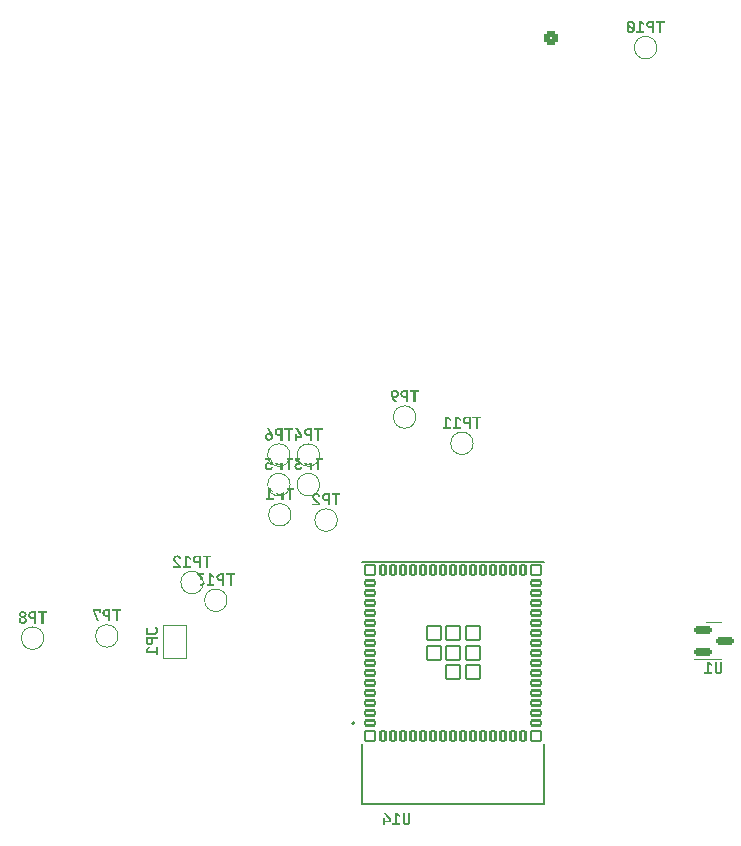
<source format=gbr>
%TF.GenerationSoftware,KiCad,Pcbnew,7.99.0-unknown*%
%TF.CreationDate,2023-11-27T23:23:57-05:00*%
%TF.ProjectId,carrier,63617272-6965-4722-9e6b-696361645f70,V2*%
%TF.SameCoordinates,Original*%
%TF.FileFunction,Legend,Bot*%
%TF.FilePolarity,Positive*%
%FSLAX46Y46*%
G04 Gerber Fmt 4.6, Leading zero omitted, Abs format (unit mm)*
G04 Created by KiCad (PCBNEW 7.99.0-unknown) date 2023-11-27 23:23:57*
%MOMM*%
%LPD*%
G01*
G04 APERTURE LIST*
G04 Aperture macros list*
%AMRoundRect*
0 Rectangle with rounded corners*
0 $1 Rounding radius*
0 $2 $3 $4 $5 $6 $7 $8 $9 X,Y pos of 4 corners*
0 Add a 4 corners polygon primitive as box body*
4,1,4,$2,$3,$4,$5,$6,$7,$8,$9,$2,$3,0*
0 Add four circle primitives for the rounded corners*
1,1,$1+$1,$2,$3*
1,1,$1+$1,$4,$5*
1,1,$1+$1,$6,$7*
1,1,$1+$1,$8,$9*
0 Add four rect primitives between the rounded corners*
20,1,$1+$1,$2,$3,$4,$5,0*
20,1,$1+$1,$4,$5,$6,$7,0*
20,1,$1+$1,$6,$7,$8,$9,0*
20,1,$1+$1,$8,$9,$2,$3,0*%
G04 Aperture macros list end*
%ADD10C,0.150000*%
%ADD11C,0.120000*%
%ADD12C,0.127000*%
%ADD13C,0.200000*%
%ADD14C,0.010000*%
%ADD15RoundRect,0.200000X0.200000X0.450000X-0.200000X0.450000X-0.200000X-0.450000X0.200000X-0.450000X0*%
%ADD16O,0.800000X1.300000*%
%ADD17C,0.650000*%
%ADD18O,2.100000X1.000000*%
%ADD19O,1.600000X1.000000*%
%ADD20R,1.700000X1.700000*%
%ADD21O,1.700000X1.700000*%
%ADD22C,2.700000*%
%ADD23R,3.000000X3.000000*%
%ADD24C,3.000000*%
%ADD25RoundRect,0.200000X-0.450000X0.200000X-0.450000X-0.200000X0.450000X-0.200000X0.450000X0.200000X0*%
%ADD26O,1.300000X0.800000*%
%ADD27O,3.300000X1.500000*%
%ADD28O,2.300000X1.500000*%
%ADD29RoundRect,0.250000X0.350000X0.350000X-0.350000X0.350000X-0.350000X-0.350000X0.350000X-0.350000X0*%
%ADD30C,1.200000*%
%ADD31O,1.200000X2.400000*%
%ADD32O,1.200000X2.100000*%
%ADD33O,1.000000X2.100000*%
%ADD34O,1.000000X1.600000*%
%ADD35C,1.500000*%
%ADD36R,1.500000X1.000000*%
%ADD37RoundRect,0.150000X-0.587500X-0.150000X0.587500X-0.150000X0.587500X0.150000X-0.587500X0.150000X0*%
%ADD38RoundRect,0.102000X-0.400000X-0.200000X0.400000X-0.200000X0.400000X0.200000X-0.400000X0.200000X0*%
%ADD39RoundRect,0.102000X-0.200000X-0.400000X0.200000X-0.400000X0.200000X0.400000X-0.200000X0.400000X0*%
%ADD40RoundRect,0.102000X-0.600000X-0.600000X0.600000X-0.600000X0.600000X0.600000X-0.600000X0.600000X0*%
%ADD41RoundRect,0.102000X-0.400000X-0.400000X0.400000X-0.400000X0.400000X0.400000X-0.400000X0.400000X0*%
G04 APERTURE END LIST*
D10*
G36*
X112434867Y46584682D02*
G01*
X111700673Y46584682D01*
X111700673Y46429588D01*
X111979110Y46429588D01*
X111979110Y45553000D01*
X112156430Y45553000D01*
X112156430Y46429588D01*
X112434867Y46429588D01*
X112434867Y46584682D01*
G37*
G36*
X111545090Y45553000D02*
G01*
X111369235Y45553000D01*
X111369235Y45959421D01*
X111197533Y45959421D01*
X111188090Y45959506D01*
X111174123Y45959957D01*
X111160392Y45960794D01*
X111146898Y45962018D01*
X111133639Y45963628D01*
X111120617Y45965624D01*
X111107831Y45968007D01*
X111095280Y45970776D01*
X111082966Y45973932D01*
X111070889Y45977474D01*
X111059047Y45981402D01*
X111051305Y45984255D01*
X111039967Y45988813D01*
X111028959Y45993706D01*
X111018282Y45998934D01*
X111007936Y46004497D01*
X110997921Y46010394D01*
X110988236Y46016627D01*
X110978881Y46023194D01*
X110969857Y46030096D01*
X110961164Y46037334D01*
X110952801Y46044906D01*
X110947415Y46050160D01*
X110939628Y46058281D01*
X110932193Y46066689D01*
X110925111Y46075385D01*
X110918380Y46084369D01*
X110912002Y46093640D01*
X110905975Y46103199D01*
X110900301Y46113046D01*
X110894979Y46123181D01*
X110890008Y46133603D01*
X110885390Y46144312D01*
X110882492Y46151595D01*
X110878495Y46162694D01*
X110874918Y46174003D01*
X110871763Y46185523D01*
X110869028Y46197253D01*
X110866714Y46209193D01*
X110864820Y46221344D01*
X110863348Y46233706D01*
X110862296Y46246277D01*
X110861665Y46259059D01*
X110861454Y46272051D01*
X111038531Y46272051D01*
X111038698Y46263276D01*
X111039580Y46250520D01*
X111041217Y46238254D01*
X111043610Y46226478D01*
X111046758Y46215191D01*
X111050663Y46204393D01*
X111055322Y46194085D01*
X111060738Y46184266D01*
X111066908Y46174936D01*
X111073835Y46166096D01*
X111081517Y46157746D01*
X111087008Y46152511D01*
X111095684Y46145292D01*
X111104888Y46138832D01*
X111114620Y46133133D01*
X111124881Y46128193D01*
X111135669Y46124014D01*
X111146986Y46120594D01*
X111158830Y46117934D01*
X111171203Y46116035D01*
X111184104Y46114895D01*
X111197533Y46114515D01*
X111369235Y46114515D01*
X111369235Y46429588D01*
X111197533Y46429588D01*
X111188521Y46429419D01*
X111175445Y46428533D01*
X111162896Y46426886D01*
X111150875Y46424480D01*
X111139383Y46421313D01*
X111128418Y46417387D01*
X111117982Y46412701D01*
X111108074Y46407255D01*
X111098693Y46401049D01*
X111089841Y46394083D01*
X111081517Y46386357D01*
X111076312Y46380844D01*
X111069133Y46372168D01*
X111062711Y46363001D01*
X111057043Y46353346D01*
X111052132Y46343201D01*
X111047976Y46332566D01*
X111044576Y46321442D01*
X111041931Y46309828D01*
X111040042Y46297726D01*
X111038908Y46285133D01*
X111038531Y46272051D01*
X110861454Y46272051D01*
X110861548Y46280914D01*
X110862039Y46294011D01*
X110862950Y46306871D01*
X110864283Y46319496D01*
X110866036Y46331884D01*
X110868210Y46344037D01*
X110870804Y46355953D01*
X110873820Y46367633D01*
X110877256Y46379077D01*
X110881113Y46390284D01*
X110885390Y46401256D01*
X110888430Y46408424D01*
X110893283Y46418922D01*
X110898488Y46429115D01*
X110904045Y46439003D01*
X110909954Y46448587D01*
X110916215Y46457865D01*
X110922828Y46466839D01*
X110929793Y46475508D01*
X110937111Y46483872D01*
X110944780Y46491931D01*
X110952801Y46499686D01*
X110958340Y46504711D01*
X110966923Y46511973D01*
X110975836Y46518905D01*
X110985081Y46525506D01*
X110994656Y46531776D01*
X111004561Y46537716D01*
X111014797Y46543325D01*
X111025364Y46548604D01*
X111036261Y46553552D01*
X111047489Y46558169D01*
X111059047Y46562456D01*
X111066915Y46565148D01*
X111078914Y46568859D01*
X111091150Y46572180D01*
X111103621Y46575110D01*
X111116329Y46577650D01*
X111129272Y46579799D01*
X111142452Y46581557D01*
X111155868Y46582924D01*
X111169520Y46583901D01*
X111183408Y46584487D01*
X111197533Y46584682D01*
X111545090Y46584682D01*
X111545090Y45553000D01*
G37*
G36*
X110400056Y46600237D02*
G01*
X110413738Y46599831D01*
X110427175Y46599077D01*
X110440368Y46597976D01*
X110453316Y46596527D01*
X110466019Y46594730D01*
X110478478Y46592586D01*
X110490692Y46590094D01*
X110502661Y46587254D01*
X110514385Y46584066D01*
X110525865Y46580530D01*
X110533335Y46578025D01*
X110544276Y46574031D01*
X110554899Y46569753D01*
X110565205Y46565192D01*
X110575192Y46560348D01*
X110584862Y46555220D01*
X110594215Y46549809D01*
X110603249Y46544115D01*
X110611966Y46538137D01*
X110620365Y46531876D01*
X110628447Y46525331D01*
X110633654Y46520841D01*
X110641186Y46513870D01*
X110648383Y46506616D01*
X110655245Y46499079D01*
X110661773Y46491257D01*
X110667965Y46483153D01*
X110673823Y46474765D01*
X110679345Y46466094D01*
X110684533Y46457140D01*
X110689386Y46447902D01*
X110693904Y46438381D01*
X110696714Y46431890D01*
X110700588Y46421972D01*
X110704055Y46411835D01*
X110707114Y46401478D01*
X110709765Y46390903D01*
X110712009Y46380109D01*
X110713844Y46369096D01*
X110715272Y46357864D01*
X110716291Y46346413D01*
X110716903Y46334743D01*
X110717107Y46322854D01*
X110716889Y46311695D01*
X110716237Y46300689D01*
X110715149Y46289835D01*
X110713626Y46279134D01*
X110711669Y46268586D01*
X110709276Y46258191D01*
X110706448Y46247948D01*
X110703185Y46237857D01*
X110699472Y46228038D01*
X110695415Y46218486D01*
X110691015Y46209201D01*
X110686271Y46200183D01*
X110681184Y46191432D01*
X110675754Y46182949D01*
X110669979Y46174732D01*
X110663862Y46166783D01*
X110657336Y46159139D01*
X110650459Y46151838D01*
X110643231Y46144881D01*
X110635652Y46138267D01*
X110627722Y46131997D01*
X110619440Y46126071D01*
X110610808Y46120487D01*
X110601824Y46115248D01*
X110592555Y46110405D01*
X110583063Y46106012D01*
X110573351Y46102070D01*
X110563417Y46098578D01*
X110553262Y46095536D01*
X110542885Y46092945D01*
X110532288Y46090804D01*
X110521468Y46089114D01*
X110521468Y46083252D01*
X110533648Y46081095D01*
X110545519Y46078531D01*
X110557080Y46075561D01*
X110568332Y46072184D01*
X110579276Y46068402D01*
X110589910Y46064212D01*
X110600235Y46059616D01*
X110610251Y46054614D01*
X110619957Y46049206D01*
X110629355Y46043391D01*
X110638444Y46037169D01*
X110647223Y46030541D01*
X110655693Y46023507D01*
X110663854Y46016066D01*
X110671706Y46008219D01*
X110679249Y45999965D01*
X110686377Y45991418D01*
X110693045Y45982631D01*
X110699253Y45973604D01*
X110705002Y45964336D01*
X110710290Y45954828D01*
X110715119Y45945079D01*
X110719487Y45935090D01*
X110723396Y45924860D01*
X110726845Y45914390D01*
X110729834Y45903680D01*
X110732364Y45892729D01*
X110734433Y45881538D01*
X110736042Y45870106D01*
X110737192Y45858434D01*
X110737882Y45846521D01*
X110738112Y45834368D01*
X110738016Y45826080D01*
X110737516Y45813823D01*
X110736585Y45801777D01*
X110735226Y45789941D01*
X110733437Y45778315D01*
X110731219Y45766900D01*
X110728571Y45755695D01*
X110725494Y45744701D01*
X110721988Y45733917D01*
X110718052Y45723343D01*
X110713688Y45712980D01*
X110710525Y45706202D01*
X110705484Y45696264D01*
X110700086Y45686601D01*
X110694332Y45677213D01*
X110688222Y45668100D01*
X110681756Y45659261D01*
X110674933Y45650698D01*
X110667754Y45642409D01*
X110660218Y45634394D01*
X110652327Y45626655D01*
X110644078Y45619190D01*
X110638357Y45614374D01*
X110629499Y45607408D01*
X110620310Y45600750D01*
X110610791Y45594402D01*
X110600942Y45588362D01*
X110590762Y45582632D01*
X110580251Y45577211D01*
X110569409Y45572099D01*
X110558237Y45567296D01*
X110546735Y45562803D01*
X110534902Y45558618D01*
X110530887Y45557311D01*
X110518652Y45553638D01*
X110506134Y45550338D01*
X110493333Y45547412D01*
X110480248Y45544860D01*
X110466880Y45542681D01*
X110453229Y45540876D01*
X110439294Y45539444D01*
X110425076Y45538386D01*
X110410575Y45537701D01*
X110400749Y45537452D01*
X110390798Y45537369D01*
X110385792Y45537390D01*
X110375871Y45537556D01*
X110366075Y45537888D01*
X110351613Y45538697D01*
X110337430Y45539880D01*
X110323526Y45541436D01*
X110309901Y45543366D01*
X110296555Y45545669D01*
X110283488Y45548346D01*
X110270701Y45551397D01*
X110258192Y45554821D01*
X110245962Y45558618D01*
X110237946Y45561372D01*
X110226201Y45565758D01*
X110214791Y45570449D01*
X110203716Y45575444D01*
X110192975Y45580744D01*
X110182570Y45586349D01*
X110172499Y45592259D01*
X110162763Y45598473D01*
X110153362Y45604993D01*
X110144296Y45611817D01*
X110135565Y45618946D01*
X110129909Y45623892D01*
X110121740Y45631540D01*
X110113949Y45639462D01*
X110106536Y45647660D01*
X110099501Y45656132D01*
X110092843Y45664879D01*
X110086563Y45673901D01*
X110080662Y45683197D01*
X110075137Y45692768D01*
X110069991Y45702615D01*
X110065223Y45712735D01*
X110062236Y45719628D01*
X110058116Y45730166D01*
X110054430Y45740945D01*
X110051178Y45751965D01*
X110048360Y45763225D01*
X110045975Y45774725D01*
X110044023Y45786466D01*
X110042506Y45798447D01*
X110041421Y45810669D01*
X110040771Y45823131D01*
X110040554Y45835834D01*
X110040795Y45847767D01*
X110041022Y45851465D01*
X110217630Y45851465D01*
X110217814Y45841989D01*
X110218781Y45828191D01*
X110220576Y45814890D01*
X110223200Y45802087D01*
X110226653Y45789782D01*
X110230934Y45777976D01*
X110236044Y45766667D01*
X110241982Y45755857D01*
X110248749Y45745544D01*
X110256345Y45735729D01*
X110264769Y45726413D01*
X110270786Y45720557D01*
X110280275Y45712481D01*
X110290323Y45705255D01*
X110300929Y45698880D01*
X110312093Y45693354D01*
X110323815Y45688679D01*
X110336096Y45684853D01*
X110348934Y45681878D01*
X110362331Y45679753D01*
X110376286Y45678478D01*
X110390798Y45678053D01*
X110400355Y45678242D01*
X110414236Y45679234D01*
X110427572Y45681075D01*
X110440363Y45683767D01*
X110452608Y45687309D01*
X110464308Y45691701D01*
X110475463Y45696943D01*
X110486073Y45703036D01*
X110496137Y45709978D01*
X110505656Y45717770D01*
X110514630Y45726413D01*
X110520249Y45732569D01*
X110527999Y45742217D01*
X110534932Y45752364D01*
X110541050Y45763008D01*
X110546353Y45774151D01*
X110550839Y45785792D01*
X110554510Y45797930D01*
X110557365Y45810567D01*
X110559404Y45823702D01*
X110560628Y45837334D01*
X110561036Y45851465D01*
X110560854Y45861080D01*
X110559903Y45875038D01*
X110558135Y45888438D01*
X110555552Y45901279D01*
X110552153Y45913562D01*
X110547939Y45925287D01*
X110542908Y45936454D01*
X110537062Y45947063D01*
X110530400Y45957114D01*
X110522923Y45966606D01*
X110514630Y45975541D01*
X110508708Y45981160D01*
X110499370Y45988910D01*
X110489488Y45995843D01*
X110479060Y46001961D01*
X110468087Y46007264D01*
X110456569Y46011750D01*
X110444505Y46015421D01*
X110431896Y46018276D01*
X110418742Y46020315D01*
X110405043Y46021539D01*
X110390798Y46021947D01*
X110381061Y46021765D01*
X110366920Y46020814D01*
X110353338Y46019046D01*
X110340313Y46016463D01*
X110327847Y46013064D01*
X110315939Y46008850D01*
X110304588Y46003819D01*
X110293796Y45997973D01*
X110283563Y45991311D01*
X110273887Y45983834D01*
X110264769Y45975541D01*
X110259061Y45969646D01*
X110251189Y45960340D01*
X110244146Y45950475D01*
X110237931Y45940052D01*
X110232545Y45929072D01*
X110227988Y45917532D01*
X110224259Y45905435D01*
X110221359Y45892780D01*
X110219288Y45879567D01*
X110218045Y45865795D01*
X110217630Y45851465D01*
X110041022Y45851465D01*
X110041516Y45859510D01*
X110042718Y45871062D01*
X110044401Y45882423D01*
X110046565Y45893593D01*
X110049210Y45904573D01*
X110052335Y45915361D01*
X110055942Y45925959D01*
X110059998Y45936301D01*
X110064475Y45946323D01*
X110069371Y45956024D01*
X110074687Y45965405D01*
X110080423Y45974464D01*
X110086579Y45983204D01*
X110093154Y45991622D01*
X110100149Y45999721D01*
X110107534Y46007552D01*
X110115277Y46015047D01*
X110123379Y46022206D01*
X110131840Y46029030D01*
X110140659Y46035518D01*
X110149838Y46041669D01*
X110159375Y46047485D01*
X110169270Y46052966D01*
X110179425Y46058137D01*
X110189863Y46062903D01*
X110200583Y46067265D01*
X110211585Y46071223D01*
X110222870Y46074776D01*
X110234437Y46077924D01*
X110246287Y46080668D01*
X110258419Y46083007D01*
X110258419Y46088625D01*
X110247325Y46090316D01*
X110236513Y46092457D01*
X110225984Y46095048D01*
X110215737Y46098089D01*
X110205773Y46101581D01*
X110196091Y46105524D01*
X110186692Y46109916D01*
X110177574Y46114759D01*
X110168766Y46119999D01*
X110160294Y46125582D01*
X110152158Y46131509D01*
X110144357Y46137779D01*
X110136893Y46144393D01*
X110129764Y46151350D01*
X110122971Y46158650D01*
X110116514Y46166294D01*
X110110343Y46174247D01*
X110104531Y46182475D01*
X110099077Y46190978D01*
X110093982Y46199756D01*
X110089246Y46208808D01*
X110084869Y46218135D01*
X110080850Y46227737D01*
X110077191Y46237613D01*
X110073870Y46247703D01*
X110070993Y46257946D01*
X110068558Y46268342D01*
X110066566Y46278890D01*
X110065017Y46289591D01*
X110063910Y46300445D01*
X110063295Y46310642D01*
X110233262Y46310642D01*
X110233430Y46301970D01*
X110234311Y46289303D01*
X110235949Y46277043D01*
X110238341Y46265191D01*
X110241490Y46253748D01*
X110245394Y46242712D01*
X110250054Y46232083D01*
X110255469Y46221863D01*
X110261640Y46212051D01*
X110268566Y46202646D01*
X110276249Y46193649D01*
X110281705Y46188000D01*
X110290315Y46180210D01*
X110299436Y46173240D01*
X110309068Y46167090D01*
X110319211Y46161760D01*
X110329865Y46157249D01*
X110341030Y46153559D01*
X110352706Y46150689D01*
X110364893Y46148639D01*
X110377590Y46147409D01*
X110390798Y46146999D01*
X110399662Y46147181D01*
X110412535Y46148138D01*
X110424901Y46149915D01*
X110436760Y46152512D01*
X110448113Y46155928D01*
X110458960Y46160165D01*
X110469300Y46165222D01*
X110479133Y46171099D01*
X110488459Y46177796D01*
X110497279Y46185313D01*
X110505593Y46193649D01*
X110510768Y46199602D01*
X110517906Y46208871D01*
X110524292Y46218547D01*
X110529927Y46228631D01*
X110534811Y46239123D01*
X110538943Y46250024D01*
X110542324Y46261331D01*
X110544954Y46273047D01*
X110546832Y46285171D01*
X110547959Y46297702D01*
X110548335Y46310642D01*
X110548168Y46318935D01*
X110547292Y46330987D01*
X110545664Y46342577D01*
X110543284Y46353702D01*
X110540154Y46364364D01*
X110536272Y46374562D01*
X110531639Y46384296D01*
X110526254Y46393567D01*
X110520118Y46402374D01*
X110513231Y46410717D01*
X110505593Y46418597D01*
X110500107Y46423566D01*
X110491456Y46430418D01*
X110482298Y46436549D01*
X110472634Y46441959D01*
X110462463Y46446647D01*
X110451785Y46450614D01*
X110440601Y46453860D01*
X110428910Y46456384D01*
X110416713Y46458187D01*
X110404009Y46459269D01*
X110390798Y46459630D01*
X110381936Y46459470D01*
X110369068Y46458628D01*
X110356711Y46457065D01*
X110344865Y46454781D01*
X110333530Y46451776D01*
X110322706Y46448049D01*
X110312393Y46443602D01*
X110302590Y46438432D01*
X110293299Y46432542D01*
X110284518Y46425930D01*
X110276249Y46418597D01*
X110271043Y46413396D01*
X110263865Y46405207D01*
X110257442Y46396554D01*
X110251775Y46387438D01*
X110246863Y46377858D01*
X110242707Y46367815D01*
X110239307Y46357307D01*
X110236662Y46346337D01*
X110234773Y46334902D01*
X110233640Y46323004D01*
X110233262Y46310642D01*
X110063295Y46310642D01*
X110063246Y46311451D01*
X110063025Y46322610D01*
X110063115Y46330560D01*
X110063591Y46342303D01*
X110064475Y46353827D01*
X110065766Y46365132D01*
X110067466Y46376218D01*
X110069573Y46387085D01*
X110072088Y46397733D01*
X110075011Y46408163D01*
X110078342Y46418373D01*
X110082081Y46428364D01*
X110086228Y46438137D01*
X110089202Y46444545D01*
X110093944Y46453918D01*
X110099020Y46463004D01*
X110104431Y46471801D01*
X110110177Y46480311D01*
X110116258Y46488534D01*
X110122673Y46496469D01*
X110129424Y46504116D01*
X110136509Y46511475D01*
X110143930Y46518547D01*
X110151685Y46525331D01*
X110157008Y46529726D01*
X110165266Y46536081D01*
X110173850Y46542154D01*
X110182760Y46547942D01*
X110191996Y46553448D01*
X110201559Y46558670D01*
X110211448Y46563609D01*
X110221663Y46568264D01*
X110232205Y46572636D01*
X110243073Y46576725D01*
X110254267Y46580530D01*
X110261898Y46582926D01*
X110273571Y46586230D01*
X110285515Y46589186D01*
X110297728Y46591794D01*
X110310213Y46594054D01*
X110322967Y46595967D01*
X110335993Y46597532D01*
X110349288Y46598749D01*
X110362855Y46599618D01*
X110376691Y46600140D01*
X110390798Y46600314D01*
X110400056Y46600237D01*
G37*
G36*
X133284867Y59584682D02*
G01*
X132550673Y59584682D01*
X132550673Y59429588D01*
X132829110Y59429588D01*
X132829110Y58553000D01*
X133006430Y58553000D01*
X133006430Y59429588D01*
X133284867Y59429588D01*
X133284867Y59584682D01*
G37*
G36*
X132395090Y58553000D02*
G01*
X132219235Y58553000D01*
X132219235Y58959421D01*
X132047533Y58959421D01*
X132038090Y58959506D01*
X132024123Y58959957D01*
X132010392Y58960794D01*
X131996898Y58962018D01*
X131983639Y58963628D01*
X131970617Y58965624D01*
X131957831Y58968007D01*
X131945280Y58970776D01*
X131932966Y58973932D01*
X131920889Y58977474D01*
X131909047Y58981402D01*
X131901305Y58984255D01*
X131889967Y58988813D01*
X131878959Y58993706D01*
X131868282Y58998934D01*
X131857936Y59004497D01*
X131847921Y59010394D01*
X131838236Y59016627D01*
X131828881Y59023194D01*
X131819857Y59030096D01*
X131811164Y59037334D01*
X131802801Y59044906D01*
X131797415Y59050160D01*
X131789628Y59058281D01*
X131782193Y59066689D01*
X131775111Y59075385D01*
X131768380Y59084369D01*
X131762002Y59093640D01*
X131755975Y59103199D01*
X131750301Y59113046D01*
X131744979Y59123181D01*
X131740008Y59133603D01*
X131735390Y59144312D01*
X131732492Y59151595D01*
X131728495Y59162694D01*
X131724918Y59174003D01*
X131721763Y59185523D01*
X131719028Y59197253D01*
X131716714Y59209193D01*
X131714820Y59221344D01*
X131713348Y59233706D01*
X131712296Y59246277D01*
X131711665Y59259059D01*
X131711454Y59272051D01*
X131888531Y59272051D01*
X131888698Y59263276D01*
X131889580Y59250520D01*
X131891217Y59238254D01*
X131893610Y59226478D01*
X131896758Y59215191D01*
X131900663Y59204393D01*
X131905322Y59194085D01*
X131910738Y59184266D01*
X131916908Y59174936D01*
X131923835Y59166096D01*
X131931517Y59157746D01*
X131937008Y59152511D01*
X131945684Y59145292D01*
X131954888Y59138832D01*
X131964620Y59133133D01*
X131974881Y59128193D01*
X131985669Y59124014D01*
X131996986Y59120594D01*
X132008830Y59117934D01*
X132021203Y59116035D01*
X132034104Y59114895D01*
X132047533Y59114515D01*
X132219235Y59114515D01*
X132219235Y59429588D01*
X132047533Y59429588D01*
X132038521Y59429419D01*
X132025445Y59428533D01*
X132012896Y59426886D01*
X132000875Y59424480D01*
X131989383Y59421313D01*
X131978418Y59417387D01*
X131967982Y59412701D01*
X131958074Y59407255D01*
X131948693Y59401049D01*
X131939841Y59394083D01*
X131931517Y59386357D01*
X131926312Y59380844D01*
X131919133Y59372168D01*
X131912711Y59363001D01*
X131907043Y59353346D01*
X131902132Y59343201D01*
X131897976Y59332566D01*
X131894576Y59321442D01*
X131891931Y59309828D01*
X131890042Y59297726D01*
X131888908Y59285133D01*
X131888531Y59272051D01*
X131711454Y59272051D01*
X131711548Y59280914D01*
X131712039Y59294011D01*
X131712950Y59306871D01*
X131714283Y59319496D01*
X131716036Y59331884D01*
X131718210Y59344037D01*
X131720804Y59355953D01*
X131723820Y59367633D01*
X131727256Y59379077D01*
X131731113Y59390284D01*
X131735390Y59401256D01*
X131738430Y59408424D01*
X131743283Y59418922D01*
X131748488Y59429115D01*
X131754045Y59439003D01*
X131759954Y59448587D01*
X131766215Y59457865D01*
X131772828Y59466839D01*
X131779793Y59475508D01*
X131787111Y59483872D01*
X131794780Y59491931D01*
X131802801Y59499686D01*
X131808340Y59504711D01*
X131816923Y59511973D01*
X131825836Y59518905D01*
X131835081Y59525506D01*
X131844656Y59531776D01*
X131854561Y59537716D01*
X131864797Y59543325D01*
X131875364Y59548604D01*
X131886261Y59553552D01*
X131897489Y59558169D01*
X131909047Y59562456D01*
X131916915Y59565148D01*
X131928914Y59568859D01*
X131941150Y59572180D01*
X131953621Y59575110D01*
X131966329Y59577650D01*
X131979272Y59579799D01*
X131992452Y59581557D01*
X132005868Y59582924D01*
X132019520Y59583901D01*
X132033408Y59584487D01*
X132047533Y59584682D01*
X132395090Y59584682D01*
X132395090Y58553000D01*
G37*
G36*
X131398335Y58788939D02*
G01*
X131394347Y58778223D01*
X131389466Y58768056D01*
X131383692Y58758439D01*
X131377025Y58749372D01*
X131369465Y58740854D01*
X131361012Y58732885D01*
X131351666Y58725466D01*
X131341427Y58718597D01*
X131330382Y58712472D01*
X131318742Y58707164D01*
X131306507Y58702672D01*
X131296940Y58699839D01*
X131287039Y58697465D01*
X131276802Y58695551D01*
X131266230Y58694097D01*
X131255324Y58693101D01*
X131244082Y58692565D01*
X131236402Y58692463D01*
X131222439Y58692841D01*
X131209034Y58693974D01*
X131196186Y58695863D01*
X131183898Y58698508D01*
X131172167Y58701908D01*
X131160994Y58706064D01*
X131150379Y58710976D01*
X131140323Y58716643D01*
X131130825Y58723066D01*
X131121885Y58730244D01*
X131116235Y58735450D01*
X131108334Y58743811D01*
X131101211Y58752683D01*
X131094865Y58762066D01*
X131089295Y58771960D01*
X131084503Y58782365D01*
X131080488Y58793281D01*
X131077250Y58804708D01*
X131074790Y58816645D01*
X131073106Y58829094D01*
X131072199Y58842053D01*
X131072027Y58850977D01*
X131072027Y58910328D01*
X131072422Y58923626D01*
X131073607Y58936408D01*
X131075582Y58948676D01*
X131078346Y58960428D01*
X131081901Y58971665D01*
X131086246Y58982387D01*
X131091381Y58992594D01*
X131097306Y59002285D01*
X131104021Y59011461D01*
X131111525Y59020123D01*
X131116967Y59025610D01*
X131125666Y59033336D01*
X131134911Y59040302D01*
X131144700Y59046508D01*
X131155035Y59051954D01*
X131165915Y59056640D01*
X131177340Y59060567D01*
X131189311Y59063733D01*
X131201826Y59066139D01*
X131214888Y59067786D01*
X131228494Y59068673D01*
X131237868Y59068841D01*
X131249305Y59068620D01*
X131260414Y59067956D01*
X131271195Y59066849D01*
X131281648Y59065300D01*
X131291773Y59063308D01*
X131301569Y59060873D01*
X131311037Y59057995D01*
X131320177Y59054675D01*
X131331004Y59049909D01*
X131341043Y59044462D01*
X131350295Y59038336D01*
X131358760Y59031529D01*
X131366438Y59024044D01*
X131373329Y59015878D01*
X131375865Y59012421D01*
X131548789Y59012421D01*
X131541706Y59584682D01*
X130935495Y59584682D01*
X130935495Y59429588D01*
X131374399Y59429588D01*
X131380017Y59103768D01*
X131372934Y59103768D01*
X131368661Y59112866D01*
X131363780Y59121690D01*
X131358290Y59130240D01*
X131352192Y59138515D01*
X131345486Y59146517D01*
X131338172Y59154243D01*
X131335076Y59157257D01*
X131326100Y59164547D01*
X131317781Y59170426D01*
X131308698Y59176125D01*
X131298852Y59181646D01*
X131288243Y59186987D01*
X131279206Y59191132D01*
X131274504Y59193161D01*
X131264608Y59196996D01*
X131253972Y59200320D01*
X131242596Y59203133D01*
X131230479Y59205434D01*
X131217622Y59207224D01*
X131207493Y59208231D01*
X131196948Y59208950D01*
X131185987Y59209381D01*
X131174609Y59209525D01*
X131162853Y59209336D01*
X131151307Y59208770D01*
X131139972Y59207825D01*
X131128847Y59206503D01*
X131117933Y59204803D01*
X131107229Y59202725D01*
X131096736Y59200269D01*
X131086452Y59197435D01*
X131076379Y59194224D01*
X131066517Y59190635D01*
X131060059Y59188032D01*
X131050523Y59183889D01*
X131041240Y59179428D01*
X131032210Y59174650D01*
X131023434Y59169553D01*
X131014911Y59164140D01*
X131006641Y59158408D01*
X130998625Y59152359D01*
X130990862Y59145992D01*
X130983352Y59139307D01*
X130976096Y59132304D01*
X130971399Y59127460D01*
X130964549Y59119982D01*
X130958012Y59112204D01*
X130951789Y59104125D01*
X130945879Y59095746D01*
X130940283Y59087067D01*
X130935000Y59078086D01*
X130930030Y59068806D01*
X130925374Y59059224D01*
X130921031Y59049343D01*
X130917002Y59039160D01*
X130914490Y59032205D01*
X130910954Y59021565D01*
X130907767Y59010710D01*
X130904927Y58999640D01*
X130902434Y58988356D01*
X130900290Y58976857D01*
X130898493Y58965143D01*
X130897044Y58953215D01*
X130895943Y58941072D01*
X130895189Y58928714D01*
X130894784Y58916142D01*
X130894706Y58907641D01*
X130894706Y58847802D01*
X130894923Y58834597D01*
X130895574Y58821638D01*
X130896658Y58808923D01*
X130898175Y58796453D01*
X130900127Y58784228D01*
X130902512Y58772248D01*
X130905330Y58760512D01*
X130908582Y58749021D01*
X130912268Y58737774D01*
X130916388Y58726773D01*
X130919375Y58719574D01*
X130924130Y58709048D01*
X130929238Y58698809D01*
X130934698Y58688857D01*
X130940510Y58679194D01*
X130946673Y58669818D01*
X130953189Y58660730D01*
X130960057Y58651929D01*
X130967277Y58643416D01*
X130974849Y58635191D01*
X130982773Y58627253D01*
X130988251Y58622121D01*
X130996710Y58614680D01*
X131005508Y58607561D01*
X131014645Y58600764D01*
X131024121Y58594289D01*
X131033936Y58588136D01*
X131044090Y58582305D01*
X131054584Y58576796D01*
X131065417Y58571609D01*
X131076589Y58566744D01*
X131088100Y58562201D01*
X131095962Y58559351D01*
X131107959Y58555422D01*
X131120226Y58551880D01*
X131132763Y58548725D01*
X131145570Y58545956D01*
X131158649Y58543573D01*
X131171997Y58541576D01*
X131185617Y58539966D01*
X131199506Y58538743D01*
X131213666Y58537906D01*
X131228097Y58537455D01*
X131237868Y58537369D01*
X131255256Y58537634D01*
X131272249Y58538430D01*
X131288847Y58539756D01*
X131305050Y58541613D01*
X131320858Y58544000D01*
X131336271Y58546917D01*
X131351289Y58550365D01*
X131365912Y58554344D01*
X131380140Y58558853D01*
X131393973Y58563892D01*
X131407411Y58569462D01*
X131420454Y58575562D01*
X131433103Y58582193D01*
X131445356Y58589355D01*
X131457214Y58597046D01*
X131468677Y58605268D01*
X131479661Y58613943D01*
X131490083Y58622991D01*
X131499941Y58632414D01*
X131509237Y58642210D01*
X131517969Y58652381D01*
X131526139Y58662925D01*
X131533746Y58673843D01*
X131540790Y58685136D01*
X131547271Y58696802D01*
X131553189Y58708843D01*
X131558544Y58721257D01*
X131563336Y58734046D01*
X131567566Y58747208D01*
X131571232Y58760744D01*
X131574336Y58774655D01*
X131576877Y58788939D01*
X131398335Y58788939D01*
G37*
G36*
X135784867Y59584682D02*
G01*
X135050673Y59584682D01*
X135050673Y59429588D01*
X135329110Y59429588D01*
X135329110Y58553000D01*
X135506430Y58553000D01*
X135506430Y59429588D01*
X135784867Y59429588D01*
X135784867Y59584682D01*
G37*
G36*
X134895090Y58553000D02*
G01*
X134719235Y58553000D01*
X134719235Y58959421D01*
X134547533Y58959421D01*
X134538090Y58959506D01*
X134524123Y58959957D01*
X134510392Y58960794D01*
X134496898Y58962018D01*
X134483639Y58963628D01*
X134470617Y58965624D01*
X134457831Y58968007D01*
X134445280Y58970776D01*
X134432966Y58973932D01*
X134420889Y58977474D01*
X134409047Y58981402D01*
X134401305Y58984255D01*
X134389967Y58988813D01*
X134378959Y58993706D01*
X134368282Y58998934D01*
X134357936Y59004497D01*
X134347921Y59010394D01*
X134338236Y59016627D01*
X134328881Y59023194D01*
X134319857Y59030096D01*
X134311164Y59037334D01*
X134302801Y59044906D01*
X134297415Y59050160D01*
X134289628Y59058281D01*
X134282193Y59066689D01*
X134275111Y59075385D01*
X134268380Y59084369D01*
X134262002Y59093640D01*
X134255975Y59103199D01*
X134250301Y59113046D01*
X134244979Y59123181D01*
X134240008Y59133603D01*
X134235390Y59144312D01*
X134232492Y59151595D01*
X134228495Y59162694D01*
X134224918Y59174003D01*
X134221763Y59185523D01*
X134219028Y59197253D01*
X134216714Y59209193D01*
X134214820Y59221344D01*
X134213348Y59233706D01*
X134212296Y59246277D01*
X134211665Y59259059D01*
X134211454Y59272051D01*
X134388531Y59272051D01*
X134388698Y59263276D01*
X134389580Y59250520D01*
X134391217Y59238254D01*
X134393610Y59226478D01*
X134396758Y59215191D01*
X134400663Y59204393D01*
X134405322Y59194085D01*
X134410738Y59184266D01*
X134416908Y59174936D01*
X134423835Y59166096D01*
X134431517Y59157746D01*
X134437008Y59152511D01*
X134445684Y59145292D01*
X134454888Y59138832D01*
X134464620Y59133133D01*
X134474881Y59128193D01*
X134485669Y59124014D01*
X134496986Y59120594D01*
X134508830Y59117934D01*
X134521203Y59116035D01*
X134534104Y59114895D01*
X134547533Y59114515D01*
X134719235Y59114515D01*
X134719235Y59429588D01*
X134547533Y59429588D01*
X134538521Y59429419D01*
X134525445Y59428533D01*
X134512896Y59426886D01*
X134500875Y59424480D01*
X134489383Y59421313D01*
X134478418Y59417387D01*
X134467982Y59412701D01*
X134458074Y59407255D01*
X134448693Y59401049D01*
X134439841Y59394083D01*
X134431517Y59386357D01*
X134426312Y59380844D01*
X134419133Y59372168D01*
X134412711Y59363001D01*
X134407043Y59353346D01*
X134402132Y59343201D01*
X134397976Y59332566D01*
X134394576Y59321442D01*
X134391931Y59309828D01*
X134390042Y59297726D01*
X134388908Y59285133D01*
X134388531Y59272051D01*
X134211454Y59272051D01*
X134211548Y59280914D01*
X134212039Y59294011D01*
X134212950Y59306871D01*
X134214283Y59319496D01*
X134216036Y59331884D01*
X134218210Y59344037D01*
X134220804Y59355953D01*
X134223820Y59367633D01*
X134227256Y59379077D01*
X134231113Y59390284D01*
X134235390Y59401256D01*
X134238430Y59408424D01*
X134243283Y59418922D01*
X134248488Y59429115D01*
X134254045Y59439003D01*
X134259954Y59448587D01*
X134266215Y59457865D01*
X134272828Y59466839D01*
X134279793Y59475508D01*
X134287111Y59483872D01*
X134294780Y59491931D01*
X134302801Y59499686D01*
X134308340Y59504711D01*
X134316923Y59511973D01*
X134325836Y59518905D01*
X134335081Y59525506D01*
X134344656Y59531776D01*
X134354561Y59537716D01*
X134364797Y59543325D01*
X134375364Y59548604D01*
X134386261Y59553552D01*
X134397489Y59558169D01*
X134409047Y59562456D01*
X134416915Y59565148D01*
X134428914Y59568859D01*
X134441150Y59572180D01*
X134453621Y59575110D01*
X134466329Y59577650D01*
X134479272Y59579799D01*
X134492452Y59581557D01*
X134505868Y59582924D01*
X134519520Y59583901D01*
X134533408Y59584487D01*
X134547533Y59584682D01*
X134895090Y59584682D01*
X134895090Y58553000D01*
G37*
G36*
X133742264Y58537369D02*
G01*
X133755585Y58537539D01*
X133768714Y58538047D01*
X133781649Y58538895D01*
X133794391Y58540082D01*
X133806939Y58541609D01*
X133819295Y58543474D01*
X133831457Y58545679D01*
X133843426Y58548222D01*
X133855202Y58551105D01*
X133866785Y58554328D01*
X133874399Y58556664D01*
X133885619Y58560432D01*
X133896564Y58564501D01*
X133907235Y58568870D01*
X133917630Y58573540D01*
X133927751Y58578510D01*
X133937597Y58583781D01*
X133947168Y58589352D01*
X133956465Y58595224D01*
X133965487Y58601396D01*
X133974234Y58607869D01*
X133979912Y58612352D01*
X133988180Y58619306D01*
X133996130Y58626522D01*
X134003762Y58634001D01*
X134011076Y58641741D01*
X134018073Y58649743D01*
X134024752Y58658007D01*
X134031113Y58666533D01*
X134037157Y58675320D01*
X134042883Y58684370D01*
X134048291Y58693682D01*
X134051720Y58700035D01*
X134056527Y58709809D01*
X134060965Y58719807D01*
X134065033Y58730028D01*
X134068733Y58740472D01*
X134072063Y58751140D01*
X134075024Y58762030D01*
X134077616Y58773144D01*
X134079838Y58784482D01*
X134081691Y58796042D01*
X134083175Y58807826D01*
X134083960Y58815806D01*
X133908105Y58815806D01*
X133906219Y58805599D01*
X133903677Y58795770D01*
X133900478Y58786319D01*
X133896622Y58777246D01*
X133892109Y58768551D01*
X133886939Y58760233D01*
X133881112Y58752293D01*
X133874628Y58744731D01*
X133867488Y58737547D01*
X133859690Y58730741D01*
X133854127Y58726413D01*
X133845342Y58720346D01*
X133836204Y58714875D01*
X133826714Y58710002D01*
X133816872Y58705725D01*
X133806679Y58702045D01*
X133796133Y58698961D01*
X133785235Y58696475D01*
X133773985Y58694585D01*
X133762383Y58693292D01*
X133750429Y58692596D01*
X133742264Y58692463D01*
X133728244Y58692865D01*
X133714761Y58694069D01*
X133701814Y58696076D01*
X133689404Y58698886D01*
X133677531Y58702499D01*
X133666195Y58706915D01*
X133655395Y58712133D01*
X133645132Y58718154D01*
X133635405Y58724979D01*
X133626215Y58732606D01*
X133620387Y58738137D01*
X133612224Y58746956D01*
X133604865Y58756286D01*
X133598308Y58766127D01*
X133592555Y58776479D01*
X133587604Y58787342D01*
X133583456Y58798715D01*
X133580110Y58810600D01*
X133577568Y58822996D01*
X133575828Y58835902D01*
X133574892Y58849320D01*
X133574713Y58858548D01*
X133575128Y58872300D01*
X133576371Y58885528D01*
X133578442Y58898232D01*
X133581342Y58910412D01*
X133585071Y58922068D01*
X133589628Y58933201D01*
X133595014Y58943810D01*
X133601229Y58953895D01*
X133608272Y58963456D01*
X133616144Y58972493D01*
X133621852Y58978227D01*
X133630981Y58986259D01*
X133640688Y58993500D01*
X133650976Y58999952D01*
X133661843Y59005613D01*
X133673290Y59010485D01*
X133685316Y59014566D01*
X133697922Y59017858D01*
X133711108Y59020359D01*
X133724873Y59022071D01*
X133739218Y59022992D01*
X133749103Y59023168D01*
X133871468Y59023168D01*
X133871468Y59200977D01*
X133709780Y59356559D01*
X133700689Y59364299D01*
X133691736Y59371764D01*
X133682921Y59378953D01*
X133674242Y59385869D01*
X133665701Y59392509D01*
X133657298Y59398875D01*
X133649032Y59404965D01*
X133640903Y59410781D01*
X133632385Y59416521D01*
X133623684Y59422261D01*
X133614800Y59428000D01*
X133605732Y59433740D01*
X133605732Y59441556D01*
X133616365Y59439549D01*
X133626367Y59438316D01*
X133636889Y59437603D01*
X133646521Y59437404D01*
X133656596Y59435572D01*
X133667159Y59433984D01*
X133678211Y59432641D01*
X133689752Y59431542D01*
X133701781Y59430687D01*
X133714298Y59430077D01*
X133727304Y59429710D01*
X133737379Y59429596D01*
X133740798Y59429588D01*
X134041706Y59429588D01*
X134041706Y59584682D01*
X133442578Y59584682D01*
X133442578Y59408827D01*
X133647986Y59225401D01*
X133655710Y59218690D01*
X133663435Y59212325D01*
X133670457Y59206839D01*
X133678677Y59200633D01*
X133687117Y59194376D01*
X133691461Y59191207D01*
X133699716Y59185952D01*
X133708271Y59180802D01*
X133712711Y59178262D01*
X133699365Y59178048D01*
X133686255Y59177404D01*
X133673381Y59176330D01*
X133660744Y59174828D01*
X133648343Y59172896D01*
X133636178Y59170534D01*
X133624249Y59167744D01*
X133612556Y59164524D01*
X133601099Y59160874D01*
X133589878Y59156796D01*
X133582529Y59153838D01*
X133571732Y59149108D01*
X133561231Y59144078D01*
X133551027Y59138747D01*
X133541118Y59133115D01*
X133531506Y59127183D01*
X133522191Y59120951D01*
X133513171Y59114418D01*
X133504448Y59107584D01*
X133496021Y59100450D01*
X133487890Y59093016D01*
X133482634Y59087892D01*
X133475022Y59079968D01*
X133467759Y59071764D01*
X133460843Y59063281D01*
X133454275Y59054519D01*
X133448055Y59045478D01*
X133442182Y59036158D01*
X133436657Y59026559D01*
X133431480Y59016680D01*
X133426651Y59006523D01*
X133422169Y58996087D01*
X133419375Y58988974D01*
X133415446Y58978100D01*
X133411904Y58967004D01*
X133408749Y58955683D01*
X133405980Y58944140D01*
X133403597Y58932374D01*
X133401600Y58920384D01*
X133399990Y58908171D01*
X133398767Y58895734D01*
X133397930Y58883075D01*
X133397479Y58870192D01*
X133397393Y58861479D01*
X133397610Y58847854D01*
X133398260Y58834457D01*
X133399344Y58821287D01*
X133400862Y58808345D01*
X133402813Y58795630D01*
X133405198Y58783143D01*
X133408017Y58770883D01*
X133411269Y58758851D01*
X133414955Y58747047D01*
X133419074Y58735470D01*
X133422062Y58727878D01*
X133426867Y58716769D01*
X133432034Y58705974D01*
X133437560Y58695492D01*
X133443448Y58685323D01*
X133449696Y58675468D01*
X133456305Y58665926D01*
X133463275Y58656697D01*
X133470605Y58647782D01*
X133478296Y58639180D01*
X133486347Y58630892D01*
X133491915Y58625541D01*
X133500502Y58617788D01*
X133509412Y58610374D01*
X133518643Y58603299D01*
X133528197Y58596564D01*
X133538072Y58590167D01*
X133548269Y58584110D01*
X133558789Y58578392D01*
X133569630Y58573013D01*
X133580793Y58567973D01*
X133592279Y58563273D01*
X133600115Y58560328D01*
X133612113Y58556225D01*
X133624386Y58552525D01*
X133636934Y58549230D01*
X133649757Y58546337D01*
X133662854Y58543849D01*
X133676227Y58541763D01*
X133689874Y58540082D01*
X133703796Y58538804D01*
X133717992Y58537929D01*
X133732464Y58537459D01*
X133742264Y58537369D01*
G37*
G36*
X121565604Y45109253D02*
G01*
X121577379Y45107649D01*
X121588708Y45105401D01*
X121599590Y45102508D01*
X121610025Y45098972D01*
X121620015Y45094792D01*
X121629557Y45089968D01*
X121638653Y45084499D01*
X121647303Y45078387D01*
X121655506Y45071631D01*
X121663263Y45064230D01*
X121668186Y45058939D01*
X121675039Y45050544D01*
X121681217Y45041754D01*
X121686722Y45032570D01*
X121691553Y45022990D01*
X121695710Y45013015D01*
X121699192Y45002645D01*
X121702001Y44991880D01*
X121704135Y44980720D01*
X121705596Y44969166D01*
X121706382Y44957216D01*
X121706532Y44949030D01*
X121706137Y44935067D01*
X121704952Y44921661D01*
X121702977Y44908814D01*
X121700212Y44896525D01*
X121696657Y44884794D01*
X121692312Y44873622D01*
X121687177Y44863007D01*
X121681253Y44852951D01*
X121674538Y44843453D01*
X121667033Y44834512D01*
X121661591Y44828862D01*
X121652851Y44820918D01*
X121643573Y44813756D01*
X121633760Y44807374D01*
X121623409Y44801774D01*
X121612522Y44796956D01*
X121601098Y44792919D01*
X121589138Y44789663D01*
X121576640Y44787188D01*
X121563607Y44785495D01*
X121550036Y44784584D01*
X121540691Y44784410D01*
X120969407Y44784410D01*
X120969407Y45145890D01*
X120814313Y45145890D01*
X120814313Y44608555D01*
X121542156Y44608555D01*
X121555731Y44608766D01*
X121569070Y44609397D01*
X121582172Y44610449D01*
X121595039Y44611921D01*
X121607669Y44613815D01*
X121620063Y44616129D01*
X121632221Y44618864D01*
X121644143Y44622019D01*
X121655829Y44625596D01*
X121667278Y44629593D01*
X121674780Y44632491D01*
X121685752Y44637159D01*
X121696410Y44642188D01*
X121706755Y44647578D01*
X121716786Y44653328D01*
X121726504Y44659439D01*
X121735909Y44665910D01*
X121745000Y44672743D01*
X121753778Y44679935D01*
X121762242Y44687489D01*
X121770393Y44695403D01*
X121775653Y44700879D01*
X121783268Y44709329D01*
X121790545Y44718101D01*
X121797482Y44727195D01*
X121804080Y44736611D01*
X121810339Y44746349D01*
X121816259Y44756409D01*
X121821840Y44766791D01*
X121827081Y44777495D01*
X121831983Y44788521D01*
X121836546Y44799869D01*
X121839400Y44807613D01*
X121843372Y44819481D01*
X121846953Y44831636D01*
X121850144Y44844079D01*
X121852944Y44856809D01*
X121855353Y44869827D01*
X121857372Y44883133D01*
X121859000Y44896726D01*
X121860237Y44910607D01*
X121861083Y44924776D01*
X121861539Y44939232D01*
X121861626Y44949030D01*
X121861318Y44966921D01*
X121860393Y44984384D01*
X121858853Y45001420D01*
X121856695Y45018028D01*
X121853922Y45034210D01*
X121850532Y45049963D01*
X121846526Y45065289D01*
X121841903Y45080188D01*
X121836665Y45094660D01*
X121830809Y45108704D01*
X121824338Y45122320D01*
X121817250Y45135509D01*
X121809546Y45148271D01*
X121801226Y45160605D01*
X121792289Y45172512D01*
X121782736Y45183991D01*
X121772614Y45194919D01*
X121762032Y45205233D01*
X121750991Y45214932D01*
X121739489Y45224017D01*
X121727528Y45232487D01*
X121715107Y45240343D01*
X121702226Y45247584D01*
X121688885Y45254211D01*
X121675085Y45260224D01*
X121660824Y45265622D01*
X121646104Y45270406D01*
X121630923Y45274575D01*
X121615283Y45278130D01*
X121599183Y45281070D01*
X121582623Y45283396D01*
X121565604Y45285108D01*
X121565604Y45109253D01*
G37*
G36*
X121845995Y44208241D02*
G01*
X121439574Y44208241D01*
X121439574Y44036539D01*
X121439489Y44027096D01*
X121439038Y44013129D01*
X121438201Y43999398D01*
X121436977Y43985904D01*
X121435367Y43972645D01*
X121433371Y43959623D01*
X121430988Y43946837D01*
X121428219Y43934286D01*
X121425063Y43921972D01*
X121421521Y43909895D01*
X121417593Y43898053D01*
X121414740Y43890311D01*
X121410182Y43878973D01*
X121405289Y43867965D01*
X121400061Y43857288D01*
X121394498Y43846942D01*
X121388601Y43836927D01*
X121382368Y43827242D01*
X121375801Y43817887D01*
X121368899Y43808863D01*
X121361661Y43800170D01*
X121354089Y43791807D01*
X121348835Y43786421D01*
X121340714Y43778634D01*
X121332306Y43771199D01*
X121323610Y43764117D01*
X121314626Y43757386D01*
X121305355Y43751008D01*
X121295796Y43744981D01*
X121285949Y43739307D01*
X121275814Y43733985D01*
X121265392Y43729014D01*
X121254683Y43724396D01*
X121247400Y43721498D01*
X121236301Y43717501D01*
X121224992Y43713924D01*
X121213472Y43710769D01*
X121201742Y43708034D01*
X121189802Y43705720D01*
X121177651Y43703826D01*
X121165289Y43702354D01*
X121152718Y43701302D01*
X121139936Y43700671D01*
X121126944Y43700460D01*
X121118081Y43700554D01*
X121104984Y43701045D01*
X121092124Y43701956D01*
X121079499Y43703289D01*
X121067111Y43705042D01*
X121054958Y43707216D01*
X121043042Y43709810D01*
X121031362Y43712826D01*
X121019918Y43716262D01*
X121008711Y43720119D01*
X120997739Y43724396D01*
X120990571Y43727436D01*
X120980073Y43732289D01*
X120969880Y43737494D01*
X120959992Y43743051D01*
X120950408Y43748960D01*
X120941130Y43755221D01*
X120932156Y43761834D01*
X120923487Y43768799D01*
X120915123Y43776117D01*
X120907064Y43783786D01*
X120899309Y43791807D01*
X120894284Y43797346D01*
X120887022Y43805929D01*
X120880090Y43814842D01*
X120873489Y43824087D01*
X120867219Y43833662D01*
X120861279Y43843567D01*
X120855670Y43853803D01*
X120850391Y43864370D01*
X120845443Y43875267D01*
X120840826Y43886495D01*
X120836539Y43898053D01*
X120833847Y43905921D01*
X120830136Y43917920D01*
X120826815Y43930156D01*
X120823885Y43942627D01*
X120821345Y43955335D01*
X120819196Y43968278D01*
X120817438Y43981458D01*
X120816071Y43994874D01*
X120815094Y44008526D01*
X120814508Y44022414D01*
X120814313Y44036539D01*
X120814313Y44208241D01*
X120969407Y44208241D01*
X120969407Y44036539D01*
X120969576Y44027527D01*
X120970462Y44014451D01*
X120972109Y44001902D01*
X120974515Y43989881D01*
X120977682Y43978389D01*
X120981608Y43967424D01*
X120986294Y43956988D01*
X120991740Y43947080D01*
X120997946Y43937699D01*
X121004912Y43928847D01*
X121012638Y43920523D01*
X121018151Y43915318D01*
X121026827Y43908139D01*
X121035994Y43901717D01*
X121045649Y43896049D01*
X121055794Y43891138D01*
X121066429Y43886982D01*
X121077553Y43883582D01*
X121089167Y43880937D01*
X121101269Y43879048D01*
X121113862Y43877914D01*
X121126944Y43877537D01*
X121135719Y43877704D01*
X121148475Y43878586D01*
X121160741Y43880223D01*
X121172517Y43882616D01*
X121183804Y43885764D01*
X121194602Y43889669D01*
X121204910Y43894328D01*
X121214729Y43899744D01*
X121224059Y43905914D01*
X121232899Y43912841D01*
X121241249Y43920523D01*
X121246484Y43926014D01*
X121253703Y43934690D01*
X121260163Y43943894D01*
X121265862Y43953626D01*
X121270802Y43963887D01*
X121274981Y43974675D01*
X121278401Y43985992D01*
X121281061Y43997836D01*
X121282960Y44010209D01*
X121284100Y44023110D01*
X121284480Y44036539D01*
X121284480Y44208241D01*
X120969407Y44208241D01*
X120814313Y44208241D01*
X120814313Y44384096D01*
X121845995Y44384096D01*
X121845995Y44208241D01*
G37*
G36*
X121690900Y43540726D02*
G01*
X121690900Y43259358D01*
X121104229Y43259358D01*
X121092337Y43259247D01*
X121080843Y43258915D01*
X121069745Y43258362D01*
X121059044Y43257587D01*
X121048740Y43256591D01*
X121038833Y43255374D01*
X121027007Y43253541D01*
X121020209Y43252275D01*
X121009884Y43251238D01*
X120999790Y43249776D01*
X120989929Y43247889D01*
X120984550Y43246657D01*
X120984550Y43257892D01*
X120991435Y43265617D01*
X120998319Y43273341D01*
X121004578Y43280363D01*
X121010302Y43288995D01*
X121016274Y43297270D01*
X121021675Y43304299D01*
X121027910Y43312356D01*
X121034097Y43320651D01*
X121040236Y43329186D01*
X121041459Y43330921D01*
X121175548Y43535108D01*
X120988946Y43535108D01*
X120814313Y43287446D01*
X120814313Y43083503D01*
X121690900Y43083503D01*
X121690900Y42865394D01*
X121845995Y42865394D01*
X121845995Y43540726D01*
X121690900Y43540726D01*
G37*
G36*
X164754476Y96584682D02*
G01*
X164020282Y96584682D01*
X164020282Y96429588D01*
X164298719Y96429588D01*
X164298719Y95553000D01*
X164476039Y95553000D01*
X164476039Y96429588D01*
X164754476Y96429588D01*
X164754476Y96584682D01*
G37*
G36*
X163864699Y95553000D02*
G01*
X163688844Y95553000D01*
X163688844Y95959421D01*
X163517142Y95959421D01*
X163507699Y95959506D01*
X163493732Y95959957D01*
X163480001Y95960794D01*
X163466507Y95962018D01*
X163453248Y95963628D01*
X163440226Y95965624D01*
X163427440Y95968007D01*
X163414889Y95970776D01*
X163402575Y95973932D01*
X163390498Y95977474D01*
X163378656Y95981402D01*
X163370914Y95984255D01*
X163359576Y95988813D01*
X163348568Y95993706D01*
X163337891Y95998934D01*
X163327545Y96004497D01*
X163317530Y96010394D01*
X163307845Y96016627D01*
X163298490Y96023194D01*
X163289466Y96030096D01*
X163280773Y96037334D01*
X163272410Y96044906D01*
X163267024Y96050160D01*
X163259237Y96058281D01*
X163251802Y96066689D01*
X163244720Y96075385D01*
X163237989Y96084369D01*
X163231611Y96093640D01*
X163225584Y96103199D01*
X163219910Y96113046D01*
X163214588Y96123181D01*
X163209617Y96133603D01*
X163204999Y96144312D01*
X163202101Y96151595D01*
X163198104Y96162694D01*
X163194527Y96174003D01*
X163191372Y96185523D01*
X163188637Y96197253D01*
X163186323Y96209193D01*
X163184429Y96221344D01*
X163182957Y96233706D01*
X163181905Y96246277D01*
X163181274Y96259059D01*
X163181063Y96272051D01*
X163358140Y96272051D01*
X163358307Y96263276D01*
X163359189Y96250520D01*
X163360826Y96238254D01*
X163363219Y96226478D01*
X163366367Y96215191D01*
X163370272Y96204393D01*
X163374931Y96194085D01*
X163380347Y96184266D01*
X163386517Y96174936D01*
X163393444Y96166096D01*
X163401126Y96157746D01*
X163406617Y96152511D01*
X163415293Y96145292D01*
X163424497Y96138832D01*
X163434229Y96133133D01*
X163444490Y96128193D01*
X163455278Y96124014D01*
X163466595Y96120594D01*
X163478439Y96117934D01*
X163490812Y96116035D01*
X163503713Y96114895D01*
X163517142Y96114515D01*
X163688844Y96114515D01*
X163688844Y96429588D01*
X163517142Y96429588D01*
X163508130Y96429419D01*
X163495054Y96428533D01*
X163482505Y96426886D01*
X163470484Y96424480D01*
X163458992Y96421313D01*
X163448027Y96417387D01*
X163437591Y96412701D01*
X163427683Y96407255D01*
X163418302Y96401049D01*
X163409450Y96394083D01*
X163401126Y96386357D01*
X163395921Y96380844D01*
X163388742Y96372168D01*
X163382320Y96363001D01*
X163376652Y96353346D01*
X163371741Y96343201D01*
X163367585Y96332566D01*
X163364185Y96321442D01*
X163361540Y96309828D01*
X163359651Y96297726D01*
X163358517Y96285133D01*
X163358140Y96272051D01*
X163181063Y96272051D01*
X163181157Y96280914D01*
X163181648Y96294011D01*
X163182559Y96306871D01*
X163183892Y96319496D01*
X163185645Y96331884D01*
X163187819Y96344037D01*
X163190413Y96355953D01*
X163193429Y96367633D01*
X163196865Y96379077D01*
X163200722Y96390284D01*
X163204999Y96401256D01*
X163208039Y96408424D01*
X163212892Y96418922D01*
X163218097Y96429115D01*
X163223654Y96439003D01*
X163229563Y96448587D01*
X163235824Y96457865D01*
X163242437Y96466839D01*
X163249402Y96475508D01*
X163256720Y96483872D01*
X163264389Y96491931D01*
X163272410Y96499686D01*
X163277949Y96504711D01*
X163286532Y96511973D01*
X163295445Y96518905D01*
X163304690Y96525506D01*
X163314265Y96531776D01*
X163324170Y96537716D01*
X163334406Y96543325D01*
X163344973Y96548604D01*
X163355870Y96553552D01*
X163367098Y96558169D01*
X163378656Y96562456D01*
X163386524Y96565148D01*
X163398523Y96568859D01*
X163410759Y96572180D01*
X163423230Y96575110D01*
X163435938Y96577650D01*
X163448881Y96579799D01*
X163462061Y96581557D01*
X163475477Y96582924D01*
X163489129Y96583901D01*
X163503017Y96584487D01*
X163517142Y96584682D01*
X163864699Y96584682D01*
X163864699Y95553000D01*
G37*
G36*
X163021329Y95708095D02*
G01*
X162739961Y95708095D01*
X162739961Y96294766D01*
X162739850Y96306658D01*
X162739518Y96318152D01*
X162738965Y96329250D01*
X162738190Y96339951D01*
X162737194Y96350255D01*
X162735977Y96360162D01*
X162734144Y96371988D01*
X162732878Y96378786D01*
X162731841Y96389111D01*
X162730379Y96399205D01*
X162728492Y96409066D01*
X162727260Y96414445D01*
X162738495Y96414445D01*
X162746220Y96407560D01*
X162753944Y96400676D01*
X162760966Y96394417D01*
X162769598Y96388693D01*
X162777873Y96382721D01*
X162784902Y96377320D01*
X162792959Y96371085D01*
X162801254Y96364898D01*
X162809789Y96358759D01*
X162811524Y96357536D01*
X163015711Y96223447D01*
X163015711Y96410049D01*
X162768049Y96584682D01*
X162564106Y96584682D01*
X162564106Y95708095D01*
X162345997Y95708095D01*
X162345997Y95553000D01*
X163021329Y95553000D01*
X163021329Y95708095D01*
G37*
G36*
X161879167Y96579956D02*
G01*
X161893139Y96579505D01*
X161906879Y96578668D01*
X161920387Y96577444D01*
X161933664Y96575834D01*
X161946708Y96573838D01*
X161959521Y96571455D01*
X161972102Y96568686D01*
X161984451Y96565530D01*
X161996568Y96561988D01*
X162008454Y96558060D01*
X162016196Y96555268D01*
X162027534Y96550802D01*
X162038541Y96546000D01*
X162049218Y96540864D01*
X162059564Y96535393D01*
X162069580Y96529587D01*
X162079265Y96523446D01*
X162088619Y96516970D01*
X162097643Y96510160D01*
X162106336Y96503014D01*
X162114699Y96495534D01*
X162120057Y96490372D01*
X162127808Y96482394D01*
X162135216Y96474132D01*
X162142280Y96465587D01*
X162149000Y96456758D01*
X162155377Y96447646D01*
X162161411Y96438251D01*
X162167101Y96428572D01*
X162172447Y96418611D01*
X162177450Y96408365D01*
X162182110Y96397837D01*
X162185009Y96390670D01*
X162189006Y96379725D01*
X162192582Y96368543D01*
X162195738Y96357125D01*
X162198473Y96345470D01*
X162200787Y96333580D01*
X162202680Y96321453D01*
X162204153Y96309091D01*
X162205204Y96296492D01*
X162205836Y96283657D01*
X162206046Y96270586D01*
X162206046Y95849756D01*
X162205952Y95841012D01*
X162205462Y95828084D01*
X162204550Y95815378D01*
X162203218Y95802896D01*
X162201465Y95790637D01*
X162199291Y95778602D01*
X162196696Y95766789D01*
X162193681Y95755200D01*
X162190245Y95743834D01*
X162186388Y95732692D01*
X162182110Y95721772D01*
X162179042Y95714633D01*
X162174153Y95704171D01*
X162168921Y95694005D01*
X162163345Y95684135D01*
X162157426Y95674562D01*
X162151164Y95665285D01*
X162144558Y95656304D01*
X162137608Y95647619D01*
X162130315Y95639231D01*
X162122679Y95631138D01*
X162114699Y95623342D01*
X162109161Y95618317D01*
X162100578Y95611055D01*
X162091664Y95604124D01*
X162082420Y95597523D01*
X162072845Y95591252D01*
X162062939Y95585312D01*
X162052703Y95579703D01*
X162042137Y95574424D01*
X162031240Y95569476D01*
X162020012Y95564859D01*
X162008454Y95560572D01*
X162000556Y95557940D01*
X161988516Y95554310D01*
X161976244Y95551062D01*
X161963740Y95548196D01*
X161951005Y95545712D01*
X161938038Y95543611D01*
X161924839Y95541891D01*
X161911408Y95540554D01*
X161897745Y95539599D01*
X161883850Y95539025D01*
X161869724Y95538834D01*
X161860284Y95538922D01*
X161846332Y95539383D01*
X161832629Y95540239D01*
X161819175Y95541490D01*
X161805970Y95543135D01*
X161793015Y95545176D01*
X161780308Y95547612D01*
X161767850Y95550443D01*
X161755641Y95553668D01*
X161743681Y95557289D01*
X161731971Y95561305D01*
X161724286Y95564215D01*
X161713019Y95568844D01*
X161702066Y95573792D01*
X161691427Y95579057D01*
X161681100Y95584639D01*
X161671088Y95590540D01*
X161661388Y95596758D01*
X161652002Y95603294D01*
X161642930Y95610148D01*
X161634171Y95617319D01*
X161625725Y95624808D01*
X161620249Y95629972D01*
X161612335Y95637966D01*
X161604781Y95646255D01*
X161597588Y95654841D01*
X161590756Y95663724D01*
X161584285Y95672902D01*
X161578174Y95682377D01*
X161572424Y95692148D01*
X161567034Y95702215D01*
X161562005Y95712578D01*
X161557337Y95723238D01*
X161554439Y95730487D01*
X161550441Y95741525D01*
X161546865Y95752761D01*
X161543709Y95764194D01*
X161540975Y95775824D01*
X161538661Y95787653D01*
X161536767Y95799678D01*
X161535295Y95811901D01*
X161534243Y95824322D01*
X161533612Y95836940D01*
X161533401Y95849756D01*
X161533401Y96159455D01*
X161709256Y96159455D01*
X161709256Y95849756D01*
X161709427Y95840925D01*
X161710323Y95828108D01*
X161711989Y95815806D01*
X161714422Y95804019D01*
X161717624Y95792748D01*
X161721595Y95781992D01*
X161726334Y95771750D01*
X161731842Y95762025D01*
X161738118Y95752814D01*
X161745162Y95744119D01*
X161752976Y95735938D01*
X161758526Y95730822D01*
X161767289Y95723766D01*
X161776575Y95717452D01*
X161786386Y95711882D01*
X161796720Y95707054D01*
X161807578Y95702969D01*
X161818959Y95699626D01*
X161830865Y95697027D01*
X161843294Y95695170D01*
X161856247Y95694056D01*
X161869724Y95693684D01*
X161878587Y95693844D01*
X161891460Y95694680D01*
X161903826Y95696234D01*
X161915686Y95698504D01*
X161927039Y95701492D01*
X161937885Y95705196D01*
X161948225Y95709617D01*
X161958058Y95714756D01*
X161967384Y95720611D01*
X161976204Y95727184D01*
X161984518Y95734473D01*
X161989705Y95739676D01*
X161996903Y95747875D01*
X162003401Y95756546D01*
X162009199Y95765690D01*
X162014297Y95775305D01*
X162018696Y95785393D01*
X162022394Y95795953D01*
X162025393Y95806986D01*
X162027692Y95818491D01*
X162029292Y95830468D01*
X162030191Y95842917D01*
X161709256Y96159455D01*
X161533401Y96159455D01*
X161533401Y96270586D01*
X161533461Y96276204D01*
X161709256Y96276204D01*
X162030191Y95960886D01*
X162030191Y96270586D01*
X162030021Y96279417D01*
X162029130Y96292234D01*
X162027474Y96304536D01*
X162025054Y96316322D01*
X162021870Y96327594D01*
X162017921Y96338350D01*
X162013209Y96348591D01*
X162007732Y96358317D01*
X162001491Y96367527D01*
X161994485Y96376223D01*
X161986716Y96384403D01*
X161981136Y96389520D01*
X161972332Y96396576D01*
X161963009Y96402889D01*
X161953167Y96408460D01*
X161942805Y96413288D01*
X161931923Y96417373D01*
X161920522Y96420715D01*
X161908602Y96423315D01*
X161896162Y96425172D01*
X161883203Y96426286D01*
X161869724Y96426657D01*
X161860861Y96426498D01*
X161847993Y96425661D01*
X161835636Y96424108D01*
X161823790Y96421837D01*
X161812455Y96418850D01*
X161801631Y96415146D01*
X161791318Y96410724D01*
X161781515Y96405586D01*
X161772224Y96399730D01*
X161763443Y96393158D01*
X161755174Y96385869D01*
X161749957Y96380660D01*
X161742718Y96372436D01*
X161736184Y96363719D01*
X161730353Y96354507D01*
X161725227Y96344802D01*
X161720805Y96334604D01*
X161717087Y96323911D01*
X161714073Y96312725D01*
X161711763Y96301045D01*
X161710158Y96288871D01*
X161709256Y96276204D01*
X161533461Y96276204D01*
X161533495Y96279326D01*
X161533986Y96292240D01*
X161534897Y96304917D01*
X161536230Y96317359D01*
X161537983Y96329564D01*
X161540157Y96341533D01*
X161542751Y96353266D01*
X161545766Y96364763D01*
X161549203Y96376024D01*
X161553059Y96387048D01*
X161557337Y96397837D01*
X161560406Y96404887D01*
X161565300Y96415227D01*
X161570541Y96425283D01*
X161576131Y96435056D01*
X161582068Y96444546D01*
X161588352Y96453752D01*
X161594985Y96462675D01*
X161601965Y96471315D01*
X161609293Y96479671D01*
X161616969Y96487744D01*
X161624992Y96495534D01*
X161630502Y96500558D01*
X161639049Y96507815D01*
X161647936Y96514737D01*
X161657161Y96521325D01*
X161666726Y96527577D01*
X161676630Y96533495D01*
X161686873Y96539078D01*
X161697456Y96544325D01*
X161708377Y96549238D01*
X161719638Y96553817D01*
X161731238Y96558060D01*
X161739106Y96560722D01*
X161751105Y96564392D01*
X161763341Y96567677D01*
X161775812Y96570575D01*
X161788520Y96573086D01*
X161801463Y96575212D01*
X161814643Y96576950D01*
X161828059Y96578303D01*
X161841711Y96579269D01*
X161855599Y96579848D01*
X161869724Y96580042D01*
X161879167Y96579956D01*
G37*
G36*
X143934067Y65307082D02*
G01*
X143199873Y65307082D01*
X143199873Y65151988D01*
X143478310Y65151988D01*
X143478310Y64275400D01*
X143655630Y64275400D01*
X143655630Y65151988D01*
X143934067Y65151988D01*
X143934067Y65307082D01*
G37*
G36*
X143044290Y64275400D02*
G01*
X142868435Y64275400D01*
X142868435Y64681821D01*
X142696733Y64681821D01*
X142687290Y64681906D01*
X142673323Y64682357D01*
X142659592Y64683194D01*
X142646098Y64684418D01*
X142632839Y64686028D01*
X142619817Y64688024D01*
X142607031Y64690407D01*
X142594480Y64693176D01*
X142582166Y64696332D01*
X142570089Y64699874D01*
X142558247Y64703802D01*
X142550505Y64706655D01*
X142539167Y64711213D01*
X142528159Y64716106D01*
X142517482Y64721334D01*
X142507136Y64726897D01*
X142497121Y64732794D01*
X142487436Y64739027D01*
X142478081Y64745594D01*
X142469057Y64752496D01*
X142460364Y64759734D01*
X142452001Y64767306D01*
X142446615Y64772560D01*
X142438828Y64780681D01*
X142431393Y64789089D01*
X142424311Y64797785D01*
X142417580Y64806769D01*
X142411202Y64816040D01*
X142405175Y64825599D01*
X142399501Y64835446D01*
X142394179Y64845581D01*
X142389208Y64856003D01*
X142384590Y64866712D01*
X142381692Y64873995D01*
X142377695Y64885094D01*
X142374118Y64896403D01*
X142370963Y64907923D01*
X142368228Y64919653D01*
X142365914Y64931593D01*
X142364020Y64943744D01*
X142362548Y64956106D01*
X142361496Y64968677D01*
X142360865Y64981459D01*
X142360654Y64994451D01*
X142537731Y64994451D01*
X142537898Y64985676D01*
X142538780Y64972920D01*
X142540417Y64960654D01*
X142542810Y64948878D01*
X142545958Y64937591D01*
X142549863Y64926793D01*
X142554522Y64916485D01*
X142559938Y64906666D01*
X142566108Y64897336D01*
X142573035Y64888496D01*
X142580717Y64880146D01*
X142586208Y64874911D01*
X142594884Y64867692D01*
X142604088Y64861232D01*
X142613820Y64855533D01*
X142624081Y64850593D01*
X142634869Y64846414D01*
X142646186Y64842994D01*
X142658030Y64840334D01*
X142670403Y64838435D01*
X142683304Y64837295D01*
X142696733Y64836915D01*
X142868435Y64836915D01*
X142868435Y65151988D01*
X142696733Y65151988D01*
X142687721Y65151819D01*
X142674645Y65150933D01*
X142662096Y65149286D01*
X142650075Y65146880D01*
X142638583Y65143713D01*
X142627618Y65139787D01*
X142617182Y65135101D01*
X142607274Y65129655D01*
X142597893Y65123449D01*
X142589041Y65116483D01*
X142580717Y65108757D01*
X142575512Y65103244D01*
X142568333Y65094568D01*
X142561911Y65085401D01*
X142556243Y65075746D01*
X142551332Y65065601D01*
X142547176Y65054966D01*
X142543776Y65043842D01*
X142541131Y65032228D01*
X142539242Y65020126D01*
X142538108Y65007533D01*
X142537731Y64994451D01*
X142360654Y64994451D01*
X142360748Y65003314D01*
X142361239Y65016411D01*
X142362150Y65029271D01*
X142363483Y65041896D01*
X142365236Y65054284D01*
X142367410Y65066437D01*
X142370004Y65078353D01*
X142373020Y65090033D01*
X142376456Y65101477D01*
X142380313Y65112684D01*
X142384590Y65123656D01*
X142387630Y65130824D01*
X142392483Y65141322D01*
X142397688Y65151515D01*
X142403245Y65161403D01*
X142409154Y65170987D01*
X142415415Y65180265D01*
X142422028Y65189239D01*
X142428993Y65197908D01*
X142436311Y65206272D01*
X142443980Y65214331D01*
X142452001Y65222086D01*
X142457540Y65227111D01*
X142466123Y65234373D01*
X142475036Y65241305D01*
X142484281Y65247906D01*
X142493856Y65254176D01*
X142503761Y65260116D01*
X142513997Y65265725D01*
X142524564Y65271004D01*
X142535461Y65275952D01*
X142546689Y65280569D01*
X142558247Y65284856D01*
X142566115Y65287548D01*
X142578114Y65291259D01*
X142590350Y65294580D01*
X142602821Y65297510D01*
X142615529Y65300050D01*
X142628472Y65302199D01*
X142641652Y65303957D01*
X142655068Y65305324D01*
X142668720Y65306301D01*
X142682608Y65306887D01*
X142696733Y65307082D01*
X143044290Y65307082D01*
X143044290Y64275400D01*
G37*
G36*
X141899624Y65322620D02*
G01*
X141913866Y65322129D01*
X141927871Y65321218D01*
X141941641Y65319885D01*
X141955174Y65318132D01*
X141968471Y65315959D01*
X141981532Y65313364D01*
X141994357Y65310349D01*
X142006946Y65306912D01*
X142019299Y65303056D01*
X142031415Y65298778D01*
X142039342Y65295706D01*
X142050965Y65290797D01*
X142062266Y65285528D01*
X142073245Y65279898D01*
X142083902Y65273907D01*
X142094236Y65267556D01*
X142104249Y65260844D01*
X142113940Y65253772D01*
X142123309Y65246338D01*
X142132355Y65238544D01*
X142141080Y65230390D01*
X142146710Y65224792D01*
X142154858Y65216128D01*
X142162650Y65207141D01*
X142170085Y65197833D01*
X142177164Y65188202D01*
X142183887Y65178249D01*
X142190253Y65167975D01*
X142196263Y65157378D01*
X142201917Y65146459D01*
X142207214Y65135219D01*
X142212155Y65123656D01*
X142215201Y65115818D01*
X142219402Y65103865D01*
X142223161Y65091675D01*
X142226478Y65079250D01*
X142229352Y65066588D01*
X142231784Y65053690D01*
X142233774Y65040556D01*
X142235322Y65027186D01*
X142236427Y65013580D01*
X142237091Y64999737D01*
X142237312Y64985659D01*
X142237230Y64976819D01*
X142236799Y64963728D01*
X142235999Y64950839D01*
X142234830Y64938151D01*
X142233291Y64925666D01*
X142231384Y64913382D01*
X142229107Y64901300D01*
X142226461Y64889419D01*
X142223445Y64877741D01*
X142220061Y64866264D01*
X142216307Y64854989D01*
X142213617Y64847610D01*
X142209343Y64836807D01*
X142204782Y64826321D01*
X142199932Y64816153D01*
X142194795Y64806302D01*
X142189371Y64796770D01*
X142183659Y64787555D01*
X142177659Y64778658D01*
X142171371Y64770078D01*
X142164796Y64761816D01*
X142157933Y64753872D01*
X142153204Y64748783D01*
X142145897Y64741414D01*
X142138332Y64734363D01*
X142130510Y64727630D01*
X142122430Y64721214D01*
X142114092Y64715116D01*
X142105497Y64709336D01*
X142096644Y64703874D01*
X142087534Y64698729D01*
X142078166Y64693902D01*
X142068540Y64689392D01*
X142061993Y64686582D01*
X142052008Y64682708D01*
X142041826Y64679241D01*
X142031446Y64676182D01*
X142020869Y64673531D01*
X142010094Y64671287D01*
X141999122Y64669452D01*
X141987952Y64668024D01*
X141976584Y64667005D01*
X141965020Y64666393D01*
X141953257Y64666189D01*
X141944131Y64666324D01*
X141932350Y64666925D01*
X141921012Y64668007D01*
X141910117Y64669570D01*
X141899664Y64671614D01*
X141889654Y64674138D01*
X141880086Y64677143D01*
X141868749Y64681576D01*
X141866564Y64682556D01*
X141856007Y64687533D01*
X141846070Y64692641D01*
X141836754Y64697880D01*
X141828057Y64703250D01*
X141819981Y64708751D01*
X141811108Y64715526D01*
X141807995Y64718179D01*
X141800488Y64725055D01*
X141793374Y64732276D01*
X141786653Y64739843D01*
X141780327Y64747756D01*
X141774394Y64756014D01*
X141768854Y64764619D01*
X141754932Y64764619D01*
X141760202Y64757319D01*
X141765969Y64749186D01*
X141771785Y64740927D01*
X141773973Y64737868D01*
X141779713Y64729727D01*
X141785340Y64721632D01*
X141791620Y64712507D01*
X141797352Y64704116D01*
X141803537Y64695010D01*
X141808837Y64687099D01*
X141814604Y64678508D01*
X141820836Y64669238D01*
X141827533Y64659289D01*
X141834697Y64648661D01*
X141840374Y64640244D01*
X141846314Y64631445D01*
X141852516Y64622263D01*
X141858980Y64612700D01*
X142084172Y64275400D01*
X141882915Y64275400D01*
X141695825Y64572400D01*
X141686474Y64587362D01*
X141677408Y64602144D01*
X141668629Y64616747D01*
X141660135Y64631171D01*
X141651928Y64645415D01*
X141644008Y64659480D01*
X141636373Y64673366D01*
X141629025Y64687072D01*
X141621963Y64700599D01*
X141615187Y64713946D01*
X141608697Y64727114D01*
X141602494Y64740103D01*
X141596577Y64752912D01*
X141590946Y64765542D01*
X141585601Y64777993D01*
X141580543Y64790264D01*
X141575751Y64802465D01*
X141571269Y64814643D01*
X141567096Y64826798D01*
X141563232Y64838930D01*
X141559677Y64851039D01*
X141556431Y64863125D01*
X141553495Y64875188D01*
X141550867Y64887229D01*
X141548549Y64899246D01*
X141546540Y64911241D01*
X141544839Y64923213D01*
X141543448Y64935161D01*
X141542366Y64947087D01*
X141541594Y64958990D01*
X141541130Y64970871D01*
X141540975Y64982728D01*
X141541022Y64987368D01*
X141716830Y64987368D01*
X141716877Y64982256D01*
X141717251Y64972227D01*
X141717999Y64962458D01*
X141719822Y64948290D01*
X141722487Y64934705D01*
X141725993Y64921705D01*
X141730341Y64909289D01*
X141735530Y64897457D01*
X141741561Y64886208D01*
X141748433Y64875543D01*
X141756147Y64865463D01*
X141764702Y64855966D01*
X141770801Y64850021D01*
X141780383Y64841823D01*
X141790485Y64834488D01*
X141801106Y64828015D01*
X141812246Y64822406D01*
X141823906Y64817660D01*
X141836086Y64813777D01*
X141848785Y64810756D01*
X141862003Y64808599D01*
X141875741Y64807304D01*
X141889998Y64806873D01*
X141899558Y64807065D01*
X141913454Y64808071D01*
X141926818Y64809941D01*
X141939649Y64812674D01*
X141951948Y64816270D01*
X141963715Y64820728D01*
X141974949Y64826050D01*
X141985651Y64832234D01*
X141995821Y64839282D01*
X142005458Y64847192D01*
X142014562Y64855966D01*
X142017447Y64859066D01*
X142025553Y64868758D01*
X142032835Y64879033D01*
X142039292Y64889893D01*
X142044925Y64901336D01*
X142049733Y64913363D01*
X142053718Y64925974D01*
X142056877Y64939169D01*
X142059213Y64952947D01*
X142060724Y64967310D01*
X142061274Y64977209D01*
X142061457Y64987368D01*
X142061411Y64992465D01*
X142061045Y65002466D01*
X142060312Y65012209D01*
X142058526Y65026340D01*
X142055916Y65039892D01*
X142052481Y65052865D01*
X142048222Y65065257D01*
X142043139Y65077070D01*
X142037231Y65088304D01*
X142030499Y65098958D01*
X142022943Y65109032D01*
X142014562Y65118527D01*
X142008552Y65124472D01*
X141999092Y65132670D01*
X141989100Y65140005D01*
X141978576Y65146477D01*
X141967519Y65152086D01*
X141955930Y65156833D01*
X141943808Y65160716D01*
X141931154Y65163736D01*
X141917968Y65165894D01*
X141904249Y65167188D01*
X141889998Y65167620D01*
X141880261Y65167428D01*
X141866120Y65166421D01*
X141852538Y65164551D01*
X141839513Y65161819D01*
X141827047Y65158223D01*
X141815139Y65153764D01*
X141803788Y65148443D01*
X141792996Y65142258D01*
X141782763Y65135211D01*
X141773087Y65127300D01*
X141763969Y65118527D01*
X141761069Y65115426D01*
X141752921Y65105738D01*
X141745602Y65095471D01*
X141739111Y65084624D01*
X141733449Y65073197D01*
X141728615Y65061191D01*
X141724610Y65048605D01*
X141721434Y65035439D01*
X141719086Y65021694D01*
X141717567Y65007370D01*
X141717014Y64997498D01*
X141716830Y64987368D01*
X141541022Y64987368D01*
X141541072Y64992350D01*
X141541578Y65006571D01*
X141542517Y65020540D01*
X141543890Y65034255D01*
X141545697Y65047716D01*
X141547938Y65060925D01*
X141550612Y65073880D01*
X141553719Y65086582D01*
X141557261Y65099030D01*
X141561235Y65111226D01*
X141565644Y65123167D01*
X141568810Y65130998D01*
X141573866Y65142459D01*
X141579291Y65153576D01*
X141585086Y65164349D01*
X141591249Y65174779D01*
X141597782Y65184865D01*
X141604685Y65194608D01*
X141611956Y65204008D01*
X141619597Y65213064D01*
X141627607Y65221777D01*
X141635986Y65230146D01*
X141641770Y65235535D01*
X141650724Y65243337D01*
X141660013Y65250800D01*
X141669638Y65257923D01*
X141679597Y65264707D01*
X141689891Y65271152D01*
X141700519Y65277258D01*
X141711483Y65283025D01*
X141722782Y65288452D01*
X141734415Y65293540D01*
X141746384Y65298290D01*
X141758644Y65302654D01*
X141771153Y65306590D01*
X141783912Y65310096D01*
X141796919Y65313173D01*
X141810175Y65315821D01*
X141823681Y65318039D01*
X141837435Y65319828D01*
X141851439Y65321187D01*
X141865691Y65322118D01*
X141880193Y65322618D01*
X141889998Y65322714D01*
X141899624Y65322620D01*
G37*
G36*
X128364476Y49794682D02*
G01*
X127630282Y49794682D01*
X127630282Y49639588D01*
X127908719Y49639588D01*
X127908719Y48763000D01*
X128086039Y48763000D01*
X128086039Y49639588D01*
X128364476Y49639588D01*
X128364476Y49794682D01*
G37*
G36*
X127474699Y48763000D02*
G01*
X127298844Y48763000D01*
X127298844Y49169421D01*
X127127142Y49169421D01*
X127117699Y49169506D01*
X127103732Y49169957D01*
X127090001Y49170794D01*
X127076507Y49172018D01*
X127063248Y49173628D01*
X127050226Y49175624D01*
X127037440Y49178007D01*
X127024889Y49180776D01*
X127012575Y49183932D01*
X127000498Y49187474D01*
X126988656Y49191402D01*
X126980914Y49194255D01*
X126969576Y49198813D01*
X126958568Y49203706D01*
X126947891Y49208934D01*
X126937545Y49214497D01*
X126927530Y49220394D01*
X126917845Y49226627D01*
X126908490Y49233194D01*
X126899466Y49240096D01*
X126890773Y49247334D01*
X126882410Y49254906D01*
X126877024Y49260160D01*
X126869237Y49268281D01*
X126861802Y49276689D01*
X126854720Y49285385D01*
X126847989Y49294369D01*
X126841611Y49303640D01*
X126835584Y49313199D01*
X126829910Y49323046D01*
X126824588Y49333181D01*
X126819617Y49343603D01*
X126814999Y49354312D01*
X126812101Y49361595D01*
X126808104Y49372694D01*
X126804527Y49384003D01*
X126801372Y49395523D01*
X126798637Y49407253D01*
X126796323Y49419193D01*
X126794429Y49431344D01*
X126792957Y49443706D01*
X126791905Y49456277D01*
X126791274Y49469059D01*
X126791063Y49482051D01*
X126968140Y49482051D01*
X126968307Y49473276D01*
X126969189Y49460520D01*
X126970826Y49448254D01*
X126973219Y49436478D01*
X126976367Y49425191D01*
X126980272Y49414393D01*
X126984931Y49404085D01*
X126990347Y49394266D01*
X126996517Y49384936D01*
X127003444Y49376096D01*
X127011126Y49367746D01*
X127016617Y49362511D01*
X127025293Y49355292D01*
X127034497Y49348832D01*
X127044229Y49343133D01*
X127054490Y49338193D01*
X127065278Y49334014D01*
X127076595Y49330594D01*
X127088439Y49327934D01*
X127100812Y49326035D01*
X127113713Y49324895D01*
X127127142Y49324515D01*
X127298844Y49324515D01*
X127298844Y49639588D01*
X127127142Y49639588D01*
X127118130Y49639419D01*
X127105054Y49638533D01*
X127092505Y49636886D01*
X127080484Y49634480D01*
X127068992Y49631313D01*
X127058027Y49627387D01*
X127047591Y49622701D01*
X127037683Y49617255D01*
X127028302Y49611049D01*
X127019450Y49604083D01*
X127011126Y49596357D01*
X127005921Y49590844D01*
X126998742Y49582168D01*
X126992320Y49573001D01*
X126986652Y49563346D01*
X126981741Y49553201D01*
X126977585Y49542566D01*
X126974185Y49531442D01*
X126971540Y49519828D01*
X126969651Y49507726D01*
X126968517Y49495133D01*
X126968140Y49482051D01*
X126791063Y49482051D01*
X126791157Y49490914D01*
X126791648Y49504011D01*
X126792559Y49516871D01*
X126793892Y49529496D01*
X126795645Y49541884D01*
X126797819Y49554037D01*
X126800413Y49565953D01*
X126803429Y49577633D01*
X126806865Y49589077D01*
X126810722Y49600284D01*
X126814999Y49611256D01*
X126818039Y49618424D01*
X126822892Y49628922D01*
X126828097Y49639115D01*
X126833654Y49649003D01*
X126839563Y49658587D01*
X126845824Y49667865D01*
X126852437Y49676839D01*
X126859402Y49685508D01*
X126866720Y49693872D01*
X126874389Y49701931D01*
X126882410Y49709686D01*
X126887949Y49714711D01*
X126896532Y49721973D01*
X126905445Y49728905D01*
X126914690Y49735506D01*
X126924265Y49741776D01*
X126934170Y49747716D01*
X126944406Y49753325D01*
X126954973Y49758604D01*
X126965870Y49763552D01*
X126977098Y49768169D01*
X126988656Y49772456D01*
X126996524Y49775148D01*
X127008523Y49778859D01*
X127020759Y49782180D01*
X127033230Y49785110D01*
X127045938Y49787650D01*
X127058881Y49789799D01*
X127072061Y49791557D01*
X127085477Y49792924D01*
X127099129Y49793901D01*
X127113017Y49794487D01*
X127127142Y49794682D01*
X127474699Y49794682D01*
X127474699Y48763000D01*
G37*
G36*
X126631329Y48918095D02*
G01*
X126349961Y48918095D01*
X126349961Y49504766D01*
X126349850Y49516658D01*
X126349518Y49528152D01*
X126348965Y49539250D01*
X126348190Y49549951D01*
X126347194Y49560255D01*
X126345977Y49570162D01*
X126344144Y49581988D01*
X126342878Y49588786D01*
X126341841Y49599111D01*
X126340379Y49609205D01*
X126338492Y49619066D01*
X126337260Y49624445D01*
X126348495Y49624445D01*
X126356220Y49617560D01*
X126363944Y49610676D01*
X126370966Y49604417D01*
X126379598Y49598693D01*
X126387873Y49592721D01*
X126394902Y49587320D01*
X126402959Y49581085D01*
X126411254Y49574898D01*
X126419789Y49568759D01*
X126421524Y49567536D01*
X126625711Y49433447D01*
X126625711Y49620049D01*
X126378049Y49794682D01*
X126174106Y49794682D01*
X126174106Y48918095D01*
X125955997Y48918095D01*
X125955997Y48763000D01*
X126631329Y48763000D01*
X126631329Y48918095D01*
G37*
G36*
X125482655Y48747369D02*
G01*
X125495976Y48747539D01*
X125509104Y48748047D01*
X125522039Y48748895D01*
X125534781Y48750082D01*
X125547330Y48751609D01*
X125559685Y48753474D01*
X125571848Y48755679D01*
X125583817Y48758222D01*
X125595593Y48761105D01*
X125607175Y48764328D01*
X125614790Y48766664D01*
X125626010Y48770432D01*
X125636955Y48774501D01*
X125647625Y48778870D01*
X125658021Y48783540D01*
X125668142Y48788510D01*
X125677988Y48793781D01*
X125687559Y48799352D01*
X125696855Y48805224D01*
X125705877Y48811396D01*
X125714624Y48817869D01*
X125720303Y48822352D01*
X125728570Y48829306D01*
X125736520Y48836522D01*
X125744152Y48844001D01*
X125751467Y48851741D01*
X125758463Y48859743D01*
X125765142Y48868007D01*
X125771504Y48876533D01*
X125777547Y48885320D01*
X125783273Y48894370D01*
X125788681Y48903682D01*
X125792110Y48910035D01*
X125796917Y48919809D01*
X125801355Y48929807D01*
X125805424Y48940028D01*
X125809123Y48950472D01*
X125812453Y48961140D01*
X125815414Y48972030D01*
X125818006Y48983144D01*
X125820229Y48994482D01*
X125822082Y49006042D01*
X125823566Y49017826D01*
X125824350Y49025806D01*
X125648495Y49025806D01*
X125646610Y49015599D01*
X125644068Y49005770D01*
X125640868Y48996319D01*
X125637012Y48987246D01*
X125632499Y48978551D01*
X125627329Y48970233D01*
X125621503Y48962293D01*
X125615019Y48954731D01*
X125607878Y48947547D01*
X125600081Y48940741D01*
X125594518Y48936413D01*
X125585732Y48930346D01*
X125576595Y48924875D01*
X125567105Y48920002D01*
X125557263Y48915725D01*
X125547069Y48912045D01*
X125536523Y48908961D01*
X125525626Y48906475D01*
X125514376Y48904585D01*
X125502774Y48903292D01*
X125490819Y48902596D01*
X125482655Y48902463D01*
X125468635Y48902865D01*
X125455151Y48904069D01*
X125442205Y48906076D01*
X125429795Y48908886D01*
X125417922Y48912499D01*
X125406585Y48916915D01*
X125395785Y48922133D01*
X125385522Y48928154D01*
X125375796Y48934979D01*
X125366606Y48942606D01*
X125360777Y48948137D01*
X125352615Y48956956D01*
X125345256Y48966286D01*
X125338699Y48976127D01*
X125332945Y48986479D01*
X125327994Y48997342D01*
X125323846Y49008715D01*
X125320501Y49020600D01*
X125317959Y49032996D01*
X125316219Y49045902D01*
X125315282Y49059320D01*
X125315104Y49068548D01*
X125315518Y49082300D01*
X125316761Y49095528D01*
X125318833Y49108232D01*
X125321733Y49120412D01*
X125325462Y49132068D01*
X125330019Y49143201D01*
X125335405Y49153810D01*
X125341620Y49163895D01*
X125348663Y49173456D01*
X125356535Y49182493D01*
X125362243Y49188227D01*
X125371371Y49196259D01*
X125381079Y49203500D01*
X125391367Y49209952D01*
X125402234Y49215613D01*
X125413680Y49220485D01*
X125425707Y49224566D01*
X125438313Y49227858D01*
X125451498Y49230359D01*
X125465263Y49232071D01*
X125479608Y49232992D01*
X125489493Y49233168D01*
X125611859Y49233168D01*
X125611859Y49410977D01*
X125450170Y49566559D01*
X125441080Y49574299D01*
X125432127Y49581764D01*
X125423311Y49588953D01*
X125414633Y49595869D01*
X125406092Y49602509D01*
X125397689Y49608875D01*
X125389422Y49614965D01*
X125381294Y49620781D01*
X125372776Y49626521D01*
X125364075Y49632261D01*
X125355190Y49638000D01*
X125346123Y49643740D01*
X125346123Y49651556D01*
X125356755Y49649549D01*
X125366758Y49648316D01*
X125377279Y49647603D01*
X125386911Y49647404D01*
X125396986Y49645572D01*
X125407550Y49643984D01*
X125418602Y49642641D01*
X125430142Y49641542D01*
X125442171Y49640687D01*
X125454689Y49640077D01*
X125467695Y49639710D01*
X125477770Y49639596D01*
X125481189Y49639588D01*
X125782096Y49639588D01*
X125782096Y49794682D01*
X125182969Y49794682D01*
X125182969Y49618827D01*
X125388377Y49435401D01*
X125396101Y49428690D01*
X125403825Y49422325D01*
X125410847Y49416839D01*
X125419067Y49410633D01*
X125427508Y49404376D01*
X125431852Y49401207D01*
X125440107Y49395952D01*
X125448662Y49390802D01*
X125453101Y49388262D01*
X125439755Y49388048D01*
X125426646Y49387404D01*
X125413772Y49386330D01*
X125401135Y49384828D01*
X125388733Y49382896D01*
X125376568Y49380534D01*
X125364639Y49377744D01*
X125352946Y49374524D01*
X125341490Y49370874D01*
X125330269Y49366796D01*
X125322920Y49363838D01*
X125312123Y49359108D01*
X125301622Y49354078D01*
X125291417Y49348747D01*
X125281509Y49343115D01*
X125271897Y49337183D01*
X125262581Y49330951D01*
X125253562Y49324418D01*
X125244838Y49317584D01*
X125236411Y49310450D01*
X125228280Y49303016D01*
X125223024Y49297892D01*
X125215413Y49289968D01*
X125208149Y49281764D01*
X125201234Y49273281D01*
X125194665Y49264519D01*
X125188445Y49255478D01*
X125182573Y49246158D01*
X125177048Y49236559D01*
X125171871Y49226680D01*
X125167041Y49216523D01*
X125162560Y49206087D01*
X125159765Y49198974D01*
X125155837Y49188100D01*
X125152295Y49177004D01*
X125149139Y49165683D01*
X125146370Y49154140D01*
X125143987Y49142374D01*
X125141991Y49130384D01*
X125140381Y49118171D01*
X125139157Y49105734D01*
X125138320Y49093075D01*
X125137869Y49080192D01*
X125137784Y49071479D01*
X125138000Y49057854D01*
X125138651Y49044457D01*
X125139735Y49031287D01*
X125141253Y49018345D01*
X125143204Y49005630D01*
X125145589Y48993143D01*
X125148407Y48980883D01*
X125151660Y48968851D01*
X125155345Y48957047D01*
X125159465Y48945470D01*
X125162452Y48937878D01*
X125167258Y48926769D01*
X125172424Y48915974D01*
X125177951Y48905492D01*
X125183839Y48895323D01*
X125190087Y48885468D01*
X125196696Y48875926D01*
X125203665Y48866697D01*
X125210995Y48857782D01*
X125218686Y48849180D01*
X125226738Y48840892D01*
X125232306Y48835541D01*
X125240893Y48827788D01*
X125249802Y48820374D01*
X125259034Y48813299D01*
X125268587Y48806564D01*
X125278462Y48800167D01*
X125288660Y48794110D01*
X125299179Y48788392D01*
X125310021Y48783013D01*
X125321184Y48777973D01*
X125332669Y48773273D01*
X125340505Y48770328D01*
X125352504Y48766225D01*
X125364777Y48762525D01*
X125377325Y48759230D01*
X125390148Y48756337D01*
X125403245Y48753849D01*
X125416617Y48751763D01*
X125430264Y48750082D01*
X125444186Y48748804D01*
X125458383Y48747929D01*
X125472854Y48747459D01*
X125482655Y48747369D01*
G37*
G36*
X118714867Y46770682D02*
G01*
X117980673Y46770682D01*
X117980673Y46615588D01*
X118259110Y46615588D01*
X118259110Y45739000D01*
X118436430Y45739000D01*
X118436430Y46615588D01*
X118714867Y46615588D01*
X118714867Y46770682D01*
G37*
G36*
X117825090Y45739000D02*
G01*
X117649235Y45739000D01*
X117649235Y46145421D01*
X117477533Y46145421D01*
X117468090Y46145506D01*
X117454123Y46145957D01*
X117440392Y46146794D01*
X117426898Y46148018D01*
X117413639Y46149628D01*
X117400617Y46151624D01*
X117387831Y46154007D01*
X117375280Y46156776D01*
X117362966Y46159932D01*
X117350889Y46163474D01*
X117339047Y46167402D01*
X117331305Y46170255D01*
X117319967Y46174813D01*
X117308959Y46179706D01*
X117298282Y46184934D01*
X117287936Y46190497D01*
X117277921Y46196394D01*
X117268236Y46202627D01*
X117258881Y46209194D01*
X117249857Y46216096D01*
X117241164Y46223334D01*
X117232801Y46230906D01*
X117227415Y46236160D01*
X117219628Y46244281D01*
X117212193Y46252689D01*
X117205111Y46261385D01*
X117198380Y46270369D01*
X117192002Y46279640D01*
X117185975Y46289199D01*
X117180301Y46299046D01*
X117174979Y46309181D01*
X117170008Y46319603D01*
X117165390Y46330312D01*
X117162492Y46337595D01*
X117158495Y46348694D01*
X117154918Y46360003D01*
X117151763Y46371523D01*
X117149028Y46383253D01*
X117146714Y46395193D01*
X117144820Y46407344D01*
X117143348Y46419706D01*
X117142296Y46432277D01*
X117141665Y46445059D01*
X117141454Y46458051D01*
X117318531Y46458051D01*
X117318698Y46449276D01*
X117319580Y46436520D01*
X117321217Y46424254D01*
X117323610Y46412478D01*
X117326758Y46401191D01*
X117330663Y46390393D01*
X117335322Y46380085D01*
X117340738Y46370266D01*
X117346908Y46360936D01*
X117353835Y46352096D01*
X117361517Y46343746D01*
X117367008Y46338511D01*
X117375684Y46331292D01*
X117384888Y46324832D01*
X117394620Y46319133D01*
X117404881Y46314193D01*
X117415669Y46310014D01*
X117426986Y46306594D01*
X117438830Y46303934D01*
X117451203Y46302035D01*
X117464104Y46300895D01*
X117477533Y46300515D01*
X117649235Y46300515D01*
X117649235Y46615588D01*
X117477533Y46615588D01*
X117468521Y46615419D01*
X117455445Y46614533D01*
X117442896Y46612886D01*
X117430875Y46610480D01*
X117419383Y46607313D01*
X117408418Y46603387D01*
X117397982Y46598701D01*
X117388074Y46593255D01*
X117378693Y46587049D01*
X117369841Y46580083D01*
X117361517Y46572357D01*
X117356312Y46566844D01*
X117349133Y46558168D01*
X117342711Y46549001D01*
X117337043Y46539346D01*
X117332132Y46529201D01*
X117327976Y46518566D01*
X117324576Y46507442D01*
X117321931Y46495828D01*
X117320042Y46483726D01*
X117318908Y46471133D01*
X117318531Y46458051D01*
X117141454Y46458051D01*
X117141548Y46466914D01*
X117142039Y46480011D01*
X117142950Y46492871D01*
X117144283Y46505496D01*
X117146036Y46517884D01*
X117148210Y46530037D01*
X117150804Y46541953D01*
X117153820Y46553633D01*
X117157256Y46565077D01*
X117161113Y46576284D01*
X117165390Y46587256D01*
X117168430Y46594424D01*
X117173283Y46604922D01*
X117178488Y46615115D01*
X117184045Y46625003D01*
X117189954Y46634587D01*
X117196215Y46643865D01*
X117202828Y46652839D01*
X117209793Y46661508D01*
X117217111Y46669872D01*
X117224780Y46677931D01*
X117232801Y46685686D01*
X117238340Y46690711D01*
X117246923Y46697973D01*
X117255836Y46704905D01*
X117265081Y46711506D01*
X117274656Y46717776D01*
X117284561Y46723716D01*
X117294797Y46729325D01*
X117305364Y46734604D01*
X117316261Y46739552D01*
X117327489Y46744169D01*
X117339047Y46748456D01*
X117346915Y46751148D01*
X117358914Y46754859D01*
X117371150Y46758180D01*
X117383621Y46761110D01*
X117396329Y46763650D01*
X117409272Y46765799D01*
X117422452Y46767557D01*
X117435868Y46768924D01*
X117449520Y46769901D01*
X117463408Y46770487D01*
X117477533Y46770682D01*
X117825090Y46770682D01*
X117825090Y45739000D01*
G37*
G36*
X117002725Y46459517D02*
G01*
X117002725Y46770682D01*
X116333011Y46770682D01*
X116333011Y46593850D01*
X116691803Y45739000D01*
X116883290Y45739000D01*
X116548433Y46518624D01*
X116544134Y46527924D01*
X116539998Y46536803D01*
X116535472Y46546435D01*
X116531159Y46555518D01*
X116530115Y46557703D01*
X116525422Y46566993D01*
X116520480Y46576229D01*
X116515374Y46585065D01*
X116514483Y46586523D01*
X116508745Y46595389D01*
X116502949Y46603850D01*
X116497630Y46611192D01*
X116497630Y46617054D01*
X116508148Y46616412D01*
X116518452Y46615954D01*
X116528542Y46615680D01*
X116538419Y46615588D01*
X116549166Y46615588D01*
X116559206Y46615588D01*
X116569594Y46615588D01*
X116574323Y46615588D01*
X116584652Y46615588D01*
X116595223Y46615588D01*
X116605750Y46615588D01*
X116607540Y46615588D01*
X116839570Y46615588D01*
X116839570Y46459517D01*
X117002725Y46459517D01*
G37*
G36*
X133284867Y62084682D02*
G01*
X132550673Y62084682D01*
X132550673Y61929588D01*
X132829110Y61929588D01*
X132829110Y61053000D01*
X133006430Y61053000D01*
X133006430Y61929588D01*
X133284867Y61929588D01*
X133284867Y62084682D01*
G37*
G36*
X132395090Y61053000D02*
G01*
X132219235Y61053000D01*
X132219235Y61459421D01*
X132047533Y61459421D01*
X132038090Y61459506D01*
X132024123Y61459957D01*
X132010392Y61460794D01*
X131996898Y61462018D01*
X131983639Y61463628D01*
X131970617Y61465624D01*
X131957831Y61468007D01*
X131945280Y61470776D01*
X131932966Y61473932D01*
X131920889Y61477474D01*
X131909047Y61481402D01*
X131901305Y61484255D01*
X131889967Y61488813D01*
X131878959Y61493706D01*
X131868282Y61498934D01*
X131857936Y61504497D01*
X131847921Y61510394D01*
X131838236Y61516627D01*
X131828881Y61523194D01*
X131819857Y61530096D01*
X131811164Y61537334D01*
X131802801Y61544906D01*
X131797415Y61550160D01*
X131789628Y61558281D01*
X131782193Y61566689D01*
X131775111Y61575385D01*
X131768380Y61584369D01*
X131762002Y61593640D01*
X131755975Y61603199D01*
X131750301Y61613046D01*
X131744979Y61623181D01*
X131740008Y61633603D01*
X131735390Y61644312D01*
X131732492Y61651595D01*
X131728495Y61662694D01*
X131724918Y61674003D01*
X131721763Y61685523D01*
X131719028Y61697253D01*
X131716714Y61709193D01*
X131714820Y61721344D01*
X131713348Y61733706D01*
X131712296Y61746277D01*
X131711665Y61759059D01*
X131711454Y61772051D01*
X131888531Y61772051D01*
X131888698Y61763276D01*
X131889580Y61750520D01*
X131891217Y61738254D01*
X131893610Y61726478D01*
X131896758Y61715191D01*
X131900663Y61704393D01*
X131905322Y61694085D01*
X131910738Y61684266D01*
X131916908Y61674936D01*
X131923835Y61666096D01*
X131931517Y61657746D01*
X131937008Y61652511D01*
X131945684Y61645292D01*
X131954888Y61638832D01*
X131964620Y61633133D01*
X131974881Y61628193D01*
X131985669Y61624014D01*
X131996986Y61620594D01*
X132008830Y61617934D01*
X132021203Y61616035D01*
X132034104Y61614895D01*
X132047533Y61614515D01*
X132219235Y61614515D01*
X132219235Y61929588D01*
X132047533Y61929588D01*
X132038521Y61929419D01*
X132025445Y61928533D01*
X132012896Y61926886D01*
X132000875Y61924480D01*
X131989383Y61921313D01*
X131978418Y61917387D01*
X131967982Y61912701D01*
X131958074Y61907255D01*
X131948693Y61901049D01*
X131939841Y61894083D01*
X131931517Y61886357D01*
X131926312Y61880844D01*
X131919133Y61872168D01*
X131912711Y61863001D01*
X131907043Y61853346D01*
X131902132Y61843201D01*
X131897976Y61832566D01*
X131894576Y61821442D01*
X131891931Y61809828D01*
X131890042Y61797726D01*
X131888908Y61785133D01*
X131888531Y61772051D01*
X131711454Y61772051D01*
X131711548Y61780914D01*
X131712039Y61794011D01*
X131712950Y61806871D01*
X131714283Y61819496D01*
X131716036Y61831884D01*
X131718210Y61844037D01*
X131720804Y61855953D01*
X131723820Y61867633D01*
X131727256Y61879077D01*
X131731113Y61890284D01*
X131735390Y61901256D01*
X131738430Y61908424D01*
X131743283Y61918922D01*
X131748488Y61929115D01*
X131754045Y61939003D01*
X131759954Y61948587D01*
X131766215Y61957865D01*
X131772828Y61966839D01*
X131779793Y61975508D01*
X131787111Y61983872D01*
X131794780Y61991931D01*
X131802801Y61999686D01*
X131808340Y62004711D01*
X131816923Y62011973D01*
X131825836Y62018905D01*
X131835081Y62025506D01*
X131844656Y62031776D01*
X131854561Y62037716D01*
X131864797Y62043325D01*
X131875364Y62048604D01*
X131886261Y62053552D01*
X131897489Y62058169D01*
X131909047Y62062456D01*
X131916915Y62065148D01*
X131928914Y62068859D01*
X131941150Y62072180D01*
X131953621Y62075110D01*
X131966329Y62077650D01*
X131979272Y62079799D01*
X131992452Y62081557D01*
X132005868Y62082924D01*
X132019520Y62083901D01*
X132033408Y62084487D01*
X132047533Y62084682D01*
X132395090Y62084682D01*
X132395090Y61053000D01*
G37*
G36*
X131433506Y61787194D02*
G01*
X131442858Y61772377D01*
X131451924Y61757721D01*
X131460703Y61743228D01*
X131469196Y61728897D01*
X131477403Y61714728D01*
X131485324Y61700721D01*
X131492958Y61686877D01*
X131500306Y61673194D01*
X131507369Y61659674D01*
X131514144Y61646316D01*
X131520634Y61633120D01*
X131526837Y61620087D01*
X131532755Y61607215D01*
X131538385Y61594506D01*
X131543730Y61581959D01*
X131548789Y61569574D01*
X131553550Y61557285D01*
X131558005Y61545024D01*
X131562152Y61532792D01*
X131565993Y61520588D01*
X131569525Y61508413D01*
X131572751Y61496267D01*
X131575670Y61484149D01*
X131578281Y61472060D01*
X131580585Y61460000D01*
X131582582Y61447968D01*
X131584272Y61435965D01*
X131585654Y61423990D01*
X131586729Y61412044D01*
X131587497Y61400127D01*
X131587958Y61388238D01*
X131588112Y61376378D01*
X131588016Y61366758D01*
X131587516Y61352546D01*
X131586585Y61338597D01*
X131585226Y61324909D01*
X131583437Y61311483D01*
X131581219Y61298319D01*
X131578571Y61285417D01*
X131575494Y61272776D01*
X131571988Y61260398D01*
X131568052Y61248281D01*
X131563688Y61236427D01*
X131560522Y61228684D01*
X131555466Y61217341D01*
X131550040Y61206324D01*
X131544246Y61195634D01*
X131538082Y61185269D01*
X131531549Y61175232D01*
X131524647Y61165520D01*
X131517375Y61156135D01*
X131509735Y61147076D01*
X131501725Y61138343D01*
X131493346Y61129937D01*
X131487533Y61124547D01*
X131478543Y61116746D01*
X131469227Y61109283D01*
X131459584Y61102160D01*
X131449615Y61095376D01*
X131439319Y61088931D01*
X131428698Y61082825D01*
X131417750Y61077058D01*
X131406475Y61071631D01*
X131394875Y61066542D01*
X131382948Y61061793D01*
X131370687Y61057428D01*
X131358178Y61053493D01*
X131345420Y61049987D01*
X131332412Y61046910D01*
X131319156Y61044262D01*
X131305651Y61042044D01*
X131291896Y61040255D01*
X131277893Y61038895D01*
X131263640Y61037965D01*
X131249139Y61037464D01*
X131239333Y61037369D01*
X131229707Y61037461D01*
X131215466Y61037941D01*
X131201460Y61038834D01*
X131187691Y61040140D01*
X131174157Y61041857D01*
X131160860Y61043986D01*
X131147799Y61046528D01*
X131134974Y61049482D01*
X131122386Y61052848D01*
X131110033Y61056626D01*
X131097916Y61060816D01*
X131089989Y61063824D01*
X131078366Y61068627D01*
X131067065Y61073776D01*
X131056087Y61079274D01*
X131045430Y61085119D01*
X131035095Y61091313D01*
X131025082Y61097853D01*
X131015392Y61104742D01*
X131006023Y61111978D01*
X130996976Y61119563D01*
X130988251Y61127495D01*
X130982621Y61132995D01*
X130974473Y61141492D01*
X130966682Y61150285D01*
X130959246Y61159375D01*
X130952167Y61168761D01*
X130945445Y61178443D01*
X130939078Y61188422D01*
X130933068Y61198696D01*
X130927415Y61209267D01*
X130922118Y61220134D01*
X130917177Y61231298D01*
X130914101Y61238892D01*
X130909859Y61250484D01*
X130906064Y61262317D01*
X130902715Y61274389D01*
X130899813Y61286703D01*
X130897357Y61299256D01*
X130895347Y61312051D01*
X130893785Y61325085D01*
X130892668Y61338360D01*
X130891999Y61351876D01*
X130891775Y61365631D01*
X131067630Y61365631D01*
X131067814Y61355894D01*
X131068781Y61341753D01*
X131070576Y61328171D01*
X131073200Y61315146D01*
X131076653Y61302680D01*
X131080934Y61290771D01*
X131086044Y61279421D01*
X131091982Y61268629D01*
X131098749Y61258395D01*
X131106345Y61248720D01*
X131114769Y61239602D01*
X131120780Y61233894D01*
X131130239Y61226022D01*
X131140231Y61218979D01*
X131150756Y61212764D01*
X131161813Y61207378D01*
X131173402Y61202821D01*
X131185523Y61199092D01*
X131198177Y61196192D01*
X131211363Y61194120D01*
X131225082Y61192877D01*
X131239333Y61192463D01*
X131249070Y61192647D01*
X131263211Y61193614D01*
X131276794Y61195409D01*
X131289818Y61198033D01*
X131302285Y61201486D01*
X131314193Y61205767D01*
X131325543Y61210877D01*
X131336335Y61216815D01*
X131346569Y61223582D01*
X131356245Y61231178D01*
X131365362Y61239602D01*
X131371041Y61245618D01*
X131378872Y61255108D01*
X131385879Y61265156D01*
X131392061Y61275762D01*
X131397419Y61286926D01*
X131401953Y61298648D01*
X131405662Y61310929D01*
X131408548Y61323767D01*
X131410608Y61337164D01*
X131411845Y61351118D01*
X131412257Y61365631D01*
X131412071Y61375221D01*
X131411094Y61389158D01*
X131409280Y61402558D01*
X131406629Y61415421D01*
X131403141Y61427748D01*
X131398815Y61439538D01*
X131393653Y61450792D01*
X131387653Y61461509D01*
X131380815Y61471689D01*
X131373141Y61481333D01*
X131364630Y61490439D01*
X131358530Y61496148D01*
X131348948Y61504019D01*
X131338847Y61511063D01*
X131328226Y61517277D01*
X131317085Y61522663D01*
X131305425Y61527221D01*
X131293246Y61530949D01*
X131280547Y61533850D01*
X131267328Y61535921D01*
X131253590Y61537164D01*
X131239333Y61537578D01*
X131229773Y61537397D01*
X131215877Y61536445D01*
X131202513Y61534678D01*
X131189682Y61532095D01*
X131177383Y61528696D01*
X131165617Y61524481D01*
X131154382Y61519451D01*
X131143680Y61513605D01*
X131133511Y61506943D01*
X131123874Y61499465D01*
X131114769Y61491172D01*
X131109061Y61485244D01*
X131101189Y61475871D01*
X131094146Y61465924D01*
X131087931Y61455401D01*
X131082545Y61444302D01*
X131077988Y61432629D01*
X131074259Y61420380D01*
X131071359Y61407556D01*
X131069288Y61394156D01*
X131068045Y61380181D01*
X131067630Y61365631D01*
X130891775Y61365631D01*
X130891858Y61374462D01*
X130892294Y61387508D01*
X130893104Y61400314D01*
X130894286Y61412879D01*
X130895843Y61425204D01*
X130897773Y61437288D01*
X130900076Y61449132D01*
X130902753Y61460735D01*
X130905803Y61472098D01*
X130909227Y61483221D01*
X130913025Y61494103D01*
X130915714Y61501241D01*
X130919988Y61511699D01*
X130924550Y61521855D01*
X130929399Y61531711D01*
X130934536Y61541267D01*
X130939961Y61550522D01*
X130945673Y61559476D01*
X130951673Y61568130D01*
X130957960Y61576484D01*
X130964536Y61584536D01*
X130971399Y61592289D01*
X130976098Y61597287D01*
X130983370Y61604524D01*
X130990908Y61611447D01*
X130998711Y61618056D01*
X131006781Y61624352D01*
X131015118Y61630335D01*
X131023720Y61636004D01*
X131032589Y61641360D01*
X131041723Y61646403D01*
X131051124Y61651132D01*
X131060791Y61655548D01*
X131067338Y61658298D01*
X131077323Y61662091D01*
X131087506Y61665485D01*
X131097885Y61668480D01*
X131108463Y61671075D01*
X131119238Y61673271D01*
X131130210Y61675068D01*
X131141380Y61676465D01*
X131152747Y61677464D01*
X131164312Y61678063D01*
X131176074Y61678262D01*
X131185152Y61678131D01*
X131196863Y61677549D01*
X131208123Y61676502D01*
X131218932Y61674989D01*
X131229292Y61673010D01*
X131239201Y61670565D01*
X131248659Y61667656D01*
X131259849Y61663363D01*
X131261990Y61662443D01*
X131272343Y61657696D01*
X131282112Y61652711D01*
X131291296Y61647488D01*
X131299895Y61642026D01*
X131307911Y61636325D01*
X131316758Y61629169D01*
X131320048Y61626487D01*
X131327938Y61619546D01*
X131335351Y61612271D01*
X131342287Y61604662D01*
X131348746Y61596719D01*
X131354728Y61588443D01*
X131360233Y61579832D01*
X131374399Y61579832D01*
X131368849Y61587179D01*
X131362538Y61595403D01*
X131356081Y61603768D01*
X131353895Y61606784D01*
X131348177Y61614840D01*
X131342587Y61622880D01*
X131336361Y61631968D01*
X131330688Y61640341D01*
X131324574Y61649442D01*
X131323279Y61651358D01*
X131317840Y61659484D01*
X131311990Y61668352D01*
X131305727Y61677959D01*
X131299053Y61688307D01*
X131293776Y61696554D01*
X131288268Y61705217D01*
X131282528Y61714297D01*
X131276556Y61723793D01*
X131270352Y61733705D01*
X131045160Y62084682D01*
X131246416Y62084682D01*
X131433506Y61787194D01*
G37*
G36*
X133367667Y57026682D02*
G01*
X132633473Y57026682D01*
X132633473Y56871588D01*
X132911910Y56871588D01*
X132911910Y55995000D01*
X133089230Y55995000D01*
X133089230Y56871588D01*
X133367667Y56871588D01*
X133367667Y57026682D01*
G37*
G36*
X132477890Y55995000D02*
G01*
X132302035Y55995000D01*
X132302035Y56401421D01*
X132130333Y56401421D01*
X132120890Y56401506D01*
X132106923Y56401957D01*
X132093192Y56402794D01*
X132079698Y56404018D01*
X132066439Y56405628D01*
X132053417Y56407624D01*
X132040631Y56410007D01*
X132028080Y56412776D01*
X132015766Y56415932D01*
X132003689Y56419474D01*
X131991847Y56423402D01*
X131984105Y56426255D01*
X131972767Y56430813D01*
X131961759Y56435706D01*
X131951082Y56440934D01*
X131940736Y56446497D01*
X131930721Y56452394D01*
X131921036Y56458627D01*
X131911681Y56465194D01*
X131902657Y56472096D01*
X131893964Y56479334D01*
X131885601Y56486906D01*
X131880215Y56492160D01*
X131872428Y56500281D01*
X131864993Y56508689D01*
X131857911Y56517385D01*
X131851180Y56526369D01*
X131844802Y56535640D01*
X131838775Y56545199D01*
X131833101Y56555046D01*
X131827779Y56565181D01*
X131822808Y56575603D01*
X131818190Y56586312D01*
X131815292Y56593595D01*
X131811295Y56604694D01*
X131807718Y56616003D01*
X131804563Y56627523D01*
X131801828Y56639253D01*
X131799514Y56651193D01*
X131797620Y56663344D01*
X131796148Y56675706D01*
X131795096Y56688277D01*
X131794465Y56701059D01*
X131794254Y56714051D01*
X131971331Y56714051D01*
X131971498Y56705276D01*
X131972380Y56692520D01*
X131974017Y56680254D01*
X131976410Y56668478D01*
X131979558Y56657191D01*
X131983463Y56646393D01*
X131988122Y56636085D01*
X131993538Y56626266D01*
X131999708Y56616936D01*
X132006635Y56608096D01*
X132014317Y56599746D01*
X132019808Y56594511D01*
X132028484Y56587292D01*
X132037688Y56580832D01*
X132047420Y56575133D01*
X132057681Y56570193D01*
X132068469Y56566014D01*
X132079786Y56562594D01*
X132091630Y56559934D01*
X132104003Y56558035D01*
X132116904Y56556895D01*
X132130333Y56556515D01*
X132302035Y56556515D01*
X132302035Y56871588D01*
X132130333Y56871588D01*
X132121321Y56871419D01*
X132108245Y56870533D01*
X132095696Y56868886D01*
X132083675Y56866480D01*
X132072183Y56863313D01*
X132061218Y56859387D01*
X132050782Y56854701D01*
X132040874Y56849255D01*
X132031493Y56843049D01*
X132022641Y56836083D01*
X132014317Y56828357D01*
X132009112Y56822844D01*
X132001933Y56814168D01*
X131995511Y56805001D01*
X131989843Y56795346D01*
X131984932Y56785201D01*
X131980776Y56774566D01*
X131977376Y56763442D01*
X131974731Y56751828D01*
X131972842Y56739726D01*
X131971708Y56727133D01*
X131971331Y56714051D01*
X131794254Y56714051D01*
X131794348Y56722914D01*
X131794839Y56736011D01*
X131795750Y56748871D01*
X131797083Y56761496D01*
X131798836Y56773884D01*
X131801010Y56786037D01*
X131803604Y56797953D01*
X131806620Y56809633D01*
X131810056Y56821077D01*
X131813913Y56832284D01*
X131818190Y56843256D01*
X131821230Y56850424D01*
X131826083Y56860922D01*
X131831288Y56871115D01*
X131836845Y56881003D01*
X131842754Y56890587D01*
X131849015Y56899865D01*
X131855628Y56908839D01*
X131862593Y56917508D01*
X131869911Y56925872D01*
X131877580Y56933931D01*
X131885601Y56941686D01*
X131891140Y56946711D01*
X131899723Y56953973D01*
X131908636Y56960905D01*
X131917881Y56967506D01*
X131927456Y56973776D01*
X131937361Y56979716D01*
X131947597Y56985325D01*
X131958164Y56990604D01*
X131969061Y56995552D01*
X131980289Y57000169D01*
X131991847Y57004456D01*
X131999715Y57007148D01*
X132011714Y57010859D01*
X132023950Y57014180D01*
X132036421Y57017110D01*
X132049129Y57019650D01*
X132062072Y57021799D01*
X132075252Y57023557D01*
X132088668Y57024924D01*
X132102320Y57025901D01*
X132116208Y57026487D01*
X132130333Y57026682D01*
X132477890Y57026682D01*
X132477890Y55995000D01*
G37*
G36*
X131634520Y56150095D02*
G01*
X131353152Y56150095D01*
X131353152Y56736766D01*
X131353041Y56748658D01*
X131352709Y56760152D01*
X131352156Y56771250D01*
X131351381Y56781951D01*
X131350385Y56792255D01*
X131349168Y56802162D01*
X131347335Y56813988D01*
X131346069Y56820786D01*
X131345032Y56831111D01*
X131343570Y56841205D01*
X131341683Y56851066D01*
X131340451Y56856445D01*
X131351686Y56856445D01*
X131359411Y56849560D01*
X131367135Y56842676D01*
X131374157Y56836417D01*
X131382789Y56830693D01*
X131391064Y56824721D01*
X131398093Y56819320D01*
X131406150Y56813085D01*
X131414445Y56806898D01*
X131422980Y56800759D01*
X131424715Y56799536D01*
X131628902Y56665447D01*
X131628902Y56852049D01*
X131381240Y57026682D01*
X131177297Y57026682D01*
X131177297Y56150095D01*
X130959188Y56150095D01*
X130959188Y55995000D01*
X131634520Y55995000D01*
X131634520Y56150095D01*
G37*
G36*
X137284867Y56584682D02*
G01*
X136550673Y56584682D01*
X136550673Y56429588D01*
X136829110Y56429588D01*
X136829110Y55553000D01*
X137006430Y55553000D01*
X137006430Y56429588D01*
X137284867Y56429588D01*
X137284867Y56584682D01*
G37*
G36*
X136395090Y55553000D02*
G01*
X136219235Y55553000D01*
X136219235Y55959421D01*
X136047533Y55959421D01*
X136038090Y55959506D01*
X136024123Y55959957D01*
X136010392Y55960794D01*
X135996898Y55962018D01*
X135983639Y55963628D01*
X135970617Y55965624D01*
X135957831Y55968007D01*
X135945280Y55970776D01*
X135932966Y55973932D01*
X135920889Y55977474D01*
X135909047Y55981402D01*
X135901305Y55984255D01*
X135889967Y55988813D01*
X135878959Y55993706D01*
X135868282Y55998934D01*
X135857936Y56004497D01*
X135847921Y56010394D01*
X135838236Y56016627D01*
X135828881Y56023194D01*
X135819857Y56030096D01*
X135811164Y56037334D01*
X135802801Y56044906D01*
X135797415Y56050160D01*
X135789628Y56058281D01*
X135782193Y56066689D01*
X135775111Y56075385D01*
X135768380Y56084369D01*
X135762002Y56093640D01*
X135755975Y56103199D01*
X135750301Y56113046D01*
X135744979Y56123181D01*
X135740008Y56133603D01*
X135735390Y56144312D01*
X135732492Y56151595D01*
X135728495Y56162694D01*
X135724918Y56174003D01*
X135721763Y56185523D01*
X135719028Y56197253D01*
X135716714Y56209193D01*
X135714820Y56221344D01*
X135713348Y56233706D01*
X135712296Y56246277D01*
X135711665Y56259059D01*
X135711454Y56272051D01*
X135888531Y56272051D01*
X135888698Y56263276D01*
X135889580Y56250520D01*
X135891217Y56238254D01*
X135893610Y56226478D01*
X135896758Y56215191D01*
X135900663Y56204393D01*
X135905322Y56194085D01*
X135910738Y56184266D01*
X135916908Y56174936D01*
X135923835Y56166096D01*
X135931517Y56157746D01*
X135937008Y56152511D01*
X135945684Y56145292D01*
X135954888Y56138832D01*
X135964620Y56133133D01*
X135974881Y56128193D01*
X135985669Y56124014D01*
X135996986Y56120594D01*
X136008830Y56117934D01*
X136021203Y56116035D01*
X136034104Y56114895D01*
X136047533Y56114515D01*
X136219235Y56114515D01*
X136219235Y56429588D01*
X136047533Y56429588D01*
X136038521Y56429419D01*
X136025445Y56428533D01*
X136012896Y56426886D01*
X136000875Y56424480D01*
X135989383Y56421313D01*
X135978418Y56417387D01*
X135967982Y56412701D01*
X135958074Y56407255D01*
X135948693Y56401049D01*
X135939841Y56394083D01*
X135931517Y56386357D01*
X135926312Y56380844D01*
X135919133Y56372168D01*
X135912711Y56363001D01*
X135907043Y56353346D01*
X135902132Y56343201D01*
X135897976Y56332566D01*
X135894576Y56321442D01*
X135891931Y56309828D01*
X135890042Y56297726D01*
X135888908Y56285133D01*
X135888531Y56272051D01*
X135711454Y56272051D01*
X135711548Y56280914D01*
X135712039Y56294011D01*
X135712950Y56306871D01*
X135714283Y56319496D01*
X135716036Y56331884D01*
X135718210Y56344037D01*
X135720804Y56355953D01*
X135723820Y56367633D01*
X135727256Y56379077D01*
X135731113Y56390284D01*
X135735390Y56401256D01*
X135738430Y56408424D01*
X135743283Y56418922D01*
X135748488Y56429115D01*
X135754045Y56439003D01*
X135759954Y56448587D01*
X135766215Y56457865D01*
X135772828Y56466839D01*
X135779793Y56475508D01*
X135787111Y56483872D01*
X135794780Y56491931D01*
X135802801Y56499686D01*
X135808340Y56504711D01*
X135816923Y56511973D01*
X135825836Y56518905D01*
X135835081Y56525506D01*
X135844656Y56531776D01*
X135854561Y56537716D01*
X135864797Y56543325D01*
X135875364Y56548604D01*
X135886261Y56553552D01*
X135897489Y56558169D01*
X135909047Y56562456D01*
X135916915Y56565148D01*
X135928914Y56568859D01*
X135941150Y56572180D01*
X135953621Y56575110D01*
X135966329Y56577650D01*
X135979272Y56579799D01*
X135992452Y56581557D01*
X136005868Y56582924D01*
X136019520Y56583901D01*
X136033408Y56584487D01*
X136047533Y56584682D01*
X136395090Y56584682D01*
X136395090Y55553000D01*
G37*
G36*
X135586891Y56297208D02*
G01*
X135586412Y56309963D01*
X135585525Y56322490D01*
X135584231Y56334790D01*
X135582529Y56346862D01*
X135580418Y56358707D01*
X135577900Y56370324D01*
X135574974Y56381713D01*
X135571641Y56392875D01*
X135567899Y56403810D01*
X135563750Y56414517D01*
X135560757Y56421528D01*
X135555947Y56431869D01*
X135550767Y56441919D01*
X135545219Y56451676D01*
X135539301Y56461141D01*
X135533015Y56470315D01*
X135526358Y56479196D01*
X135519333Y56487786D01*
X135511939Y56496083D01*
X135504175Y56504089D01*
X135496042Y56511803D01*
X135490415Y56516783D01*
X135481696Y56524003D01*
X135472669Y56530919D01*
X135463332Y56537530D01*
X135453687Y56543836D01*
X135443732Y56549838D01*
X135433468Y56555534D01*
X135422895Y56560926D01*
X135412013Y56566013D01*
X135400821Y56570795D01*
X135389321Y56575272D01*
X135381482Y56578088D01*
X135369497Y56582060D01*
X135357262Y56585641D01*
X135344779Y56588832D01*
X135332046Y56591632D01*
X135319064Y56594041D01*
X135305834Y56596060D01*
X135292354Y56597688D01*
X135278626Y56598925D01*
X135264648Y56599771D01*
X135250421Y56600227D01*
X135240798Y56600314D01*
X135226918Y56600123D01*
X135213304Y56599550D01*
X135199956Y56598594D01*
X135186874Y56597257D01*
X135174059Y56595537D01*
X135161509Y56593436D01*
X135149226Y56590952D01*
X135137209Y56588086D01*
X135125458Y56584839D01*
X135113973Y56581209D01*
X135106465Y56578576D01*
X135095389Y56574379D01*
X135084600Y56569846D01*
X135074100Y56564979D01*
X135063887Y56559777D01*
X135053961Y56554240D01*
X135044323Y56548368D01*
X135034973Y56542162D01*
X135025911Y56535620D01*
X135017136Y56528744D01*
X135008649Y56521532D01*
X135003150Y56516539D01*
X134995133Y56508849D01*
X134987477Y56500894D01*
X134980181Y56492672D01*
X134973246Y56484184D01*
X134966671Y56475430D01*
X134960457Y56466410D01*
X134954604Y56457123D01*
X134949111Y56447570D01*
X134943979Y56437752D01*
X134939208Y56427667D01*
X134936228Y56420795D01*
X134932081Y56410280D01*
X134928342Y56399523D01*
X134925011Y56388527D01*
X134922088Y56377290D01*
X134919573Y56365812D01*
X134917466Y56354094D01*
X134915766Y56342136D01*
X134914475Y56329937D01*
X134913591Y56317498D01*
X134913115Y56304818D01*
X134913025Y56296231D01*
X134913143Y56286010D01*
X134913497Y56275861D01*
X134914087Y56265785D01*
X134914914Y56255783D01*
X134915976Y56245853D01*
X134917275Y56235996D01*
X134918810Y56226212D01*
X134920581Y56216501D01*
X134922588Y56206864D01*
X134924831Y56197299D01*
X134926458Y56190963D01*
X134929068Y56181496D01*
X134931953Y56172055D01*
X134935113Y56162640D01*
X134938548Y56153250D01*
X134942257Y56143886D01*
X134946242Y56134548D01*
X134950501Y56125236D01*
X134955034Y56115950D01*
X134959843Y56106689D01*
X134964926Y56097454D01*
X134968468Y56091312D01*
X134974015Y56082144D01*
X134979851Y56072959D01*
X134985974Y56063757D01*
X134992384Y56054538D01*
X134999083Y56045302D01*
X135006069Y56036048D01*
X135013342Y56026777D01*
X135020904Y56017489D01*
X135028753Y56008184D01*
X135036889Y55998862D01*
X135042473Y55992638D01*
X135051048Y55983309D01*
X135059919Y55973916D01*
X135069085Y55964458D01*
X135078549Y55954936D01*
X135088308Y55945350D01*
X135098364Y55935699D01*
X135108716Y55925984D01*
X135119364Y55916205D01*
X135126627Y55909649D01*
X135134022Y55903065D01*
X135141549Y55896453D01*
X135149207Y55889811D01*
X135296974Y55765736D01*
X135305748Y55759375D01*
X135314483Y55753208D01*
X135323179Y55747234D01*
X135327993Y55743998D01*
X135336436Y55738597D01*
X135345318Y55733140D01*
X135354483Y55727798D01*
X135356081Y55726901D01*
X135365579Y55721716D01*
X135374838Y55717151D01*
X135383859Y55713206D01*
X135385634Y55712491D01*
X135385634Y55706873D01*
X135375575Y55707408D01*
X135365179Y55707789D01*
X135354448Y55708018D01*
X135343380Y55708095D01*
X135332690Y55708095D01*
X135322539Y55708095D01*
X135311777Y55708095D01*
X135301859Y55708095D01*
X135291673Y55708095D01*
X135281416Y55708095D01*
X135271090Y55708095D01*
X135260693Y55708095D01*
X135254720Y55708095D01*
X134900324Y55708095D01*
X134900324Y55553000D01*
X135579808Y55553000D01*
X135579808Y55737160D01*
X135257651Y56008513D01*
X135246761Y56017910D01*
X135236257Y56027232D01*
X135226138Y56036480D01*
X135216405Y56045654D01*
X135207057Y56054753D01*
X135198094Y56063777D01*
X135189517Y56072727D01*
X135181325Y56081603D01*
X135173519Y56090404D01*
X135166098Y56099131D01*
X135159063Y56107784D01*
X135152413Y56116362D01*
X135146149Y56124866D01*
X135140270Y56133295D01*
X135134776Y56141650D01*
X135129668Y56149930D01*
X135122597Y56162366D01*
X135116221Y56174943D01*
X135110541Y56187662D01*
X135105557Y56200523D01*
X135101268Y56213525D01*
X135097674Y56226669D01*
X135094776Y56239955D01*
X135092574Y56253382D01*
X135091067Y56266951D01*
X135090255Y56280662D01*
X135090101Y56289881D01*
X135090461Y56302952D01*
X135091543Y56315512D01*
X135093346Y56327562D01*
X135095871Y56339100D01*
X135099117Y56350127D01*
X135103084Y56360644D01*
X135107772Y56370649D01*
X135113182Y56380144D01*
X135119312Y56389128D01*
X135126165Y56397601D01*
X135131133Y56402966D01*
X135139041Y56410517D01*
X135147468Y56417325D01*
X135156415Y56423391D01*
X135165881Y56428714D01*
X135175866Y56433294D01*
X135186371Y56437132D01*
X135197396Y56440227D01*
X135208940Y56442579D01*
X135221004Y56444188D01*
X135233587Y56445055D01*
X135242264Y56445220D01*
X135256240Y56444861D01*
X135269684Y56443786D01*
X135282595Y56441993D01*
X135294975Y56439484D01*
X135306821Y56436257D01*
X135318136Y56432314D01*
X135328918Y56427653D01*
X135339167Y56422276D01*
X135348885Y56416182D01*
X135358069Y56409370D01*
X135363897Y56404431D01*
X135372059Y56396599D01*
X135379419Y56388308D01*
X135385975Y56379558D01*
X135391729Y56370348D01*
X135396680Y56360678D01*
X135400828Y56350550D01*
X135404173Y56339962D01*
X135406716Y56328914D01*
X135408455Y56317407D01*
X135409392Y56305441D01*
X135409570Y56297208D01*
X135586891Y56297208D01*
G37*
G36*
X149204476Y63084682D02*
G01*
X148470282Y63084682D01*
X148470282Y62929588D01*
X148748719Y62929588D01*
X148748719Y62053000D01*
X148926039Y62053000D01*
X148926039Y62929588D01*
X149204476Y62929588D01*
X149204476Y63084682D01*
G37*
G36*
X148314699Y62053000D02*
G01*
X148138844Y62053000D01*
X148138844Y62459421D01*
X147967142Y62459421D01*
X147957699Y62459506D01*
X147943732Y62459957D01*
X147930001Y62460794D01*
X147916507Y62462018D01*
X147903248Y62463628D01*
X147890226Y62465624D01*
X147877440Y62468007D01*
X147864889Y62470776D01*
X147852575Y62473932D01*
X147840498Y62477474D01*
X147828656Y62481402D01*
X147820914Y62484255D01*
X147809576Y62488813D01*
X147798568Y62493706D01*
X147787891Y62498934D01*
X147777545Y62504497D01*
X147767530Y62510394D01*
X147757845Y62516627D01*
X147748490Y62523194D01*
X147739466Y62530096D01*
X147730773Y62537334D01*
X147722410Y62544906D01*
X147717024Y62550160D01*
X147709237Y62558281D01*
X147701802Y62566689D01*
X147694720Y62575385D01*
X147687989Y62584369D01*
X147681611Y62593640D01*
X147675584Y62603199D01*
X147669910Y62613046D01*
X147664588Y62623181D01*
X147659617Y62633603D01*
X147654999Y62644312D01*
X147652101Y62651595D01*
X147648104Y62662694D01*
X147644527Y62674003D01*
X147641372Y62685523D01*
X147638637Y62697253D01*
X147636323Y62709193D01*
X147634429Y62721344D01*
X147632957Y62733706D01*
X147631905Y62746277D01*
X147631274Y62759059D01*
X147631063Y62772051D01*
X147808140Y62772051D01*
X147808307Y62763276D01*
X147809189Y62750520D01*
X147810826Y62738254D01*
X147813219Y62726478D01*
X147816367Y62715191D01*
X147820272Y62704393D01*
X147824931Y62694085D01*
X147830347Y62684266D01*
X147836517Y62674936D01*
X147843444Y62666096D01*
X147851126Y62657746D01*
X147856617Y62652511D01*
X147865293Y62645292D01*
X147874497Y62638832D01*
X147884229Y62633133D01*
X147894490Y62628193D01*
X147905278Y62624014D01*
X147916595Y62620594D01*
X147928439Y62617934D01*
X147940812Y62616035D01*
X147953713Y62614895D01*
X147967142Y62614515D01*
X148138844Y62614515D01*
X148138844Y62929588D01*
X147967142Y62929588D01*
X147958130Y62929419D01*
X147945054Y62928533D01*
X147932505Y62926886D01*
X147920484Y62924480D01*
X147908992Y62921313D01*
X147898027Y62917387D01*
X147887591Y62912701D01*
X147877683Y62907255D01*
X147868302Y62901049D01*
X147859450Y62894083D01*
X147851126Y62886357D01*
X147845921Y62880844D01*
X147838742Y62872168D01*
X147832320Y62863001D01*
X147826652Y62853346D01*
X147821741Y62843201D01*
X147817585Y62832566D01*
X147814185Y62821442D01*
X147811540Y62809828D01*
X147809651Y62797726D01*
X147808517Y62785133D01*
X147808140Y62772051D01*
X147631063Y62772051D01*
X147631157Y62780914D01*
X147631648Y62794011D01*
X147632559Y62806871D01*
X147633892Y62819496D01*
X147635645Y62831884D01*
X147637819Y62844037D01*
X147640413Y62855953D01*
X147643429Y62867633D01*
X147646865Y62879077D01*
X147650722Y62890284D01*
X147654999Y62901256D01*
X147658039Y62908424D01*
X147662892Y62918922D01*
X147668097Y62929115D01*
X147673654Y62939003D01*
X147679563Y62948587D01*
X147685824Y62957865D01*
X147692437Y62966839D01*
X147699402Y62975508D01*
X147706720Y62983872D01*
X147714389Y62991931D01*
X147722410Y62999686D01*
X147727949Y63004711D01*
X147736532Y63011973D01*
X147745445Y63018905D01*
X147754690Y63025506D01*
X147764265Y63031776D01*
X147774170Y63037716D01*
X147784406Y63043325D01*
X147794973Y63048604D01*
X147805870Y63053552D01*
X147817098Y63058169D01*
X147828656Y63062456D01*
X147836524Y63065148D01*
X147848523Y63068859D01*
X147860759Y63072180D01*
X147873230Y63075110D01*
X147885938Y63077650D01*
X147898881Y63079799D01*
X147912061Y63081557D01*
X147925477Y63082924D01*
X147939129Y63083901D01*
X147953017Y63084487D01*
X147967142Y63084682D01*
X148314699Y63084682D01*
X148314699Y62053000D01*
G37*
G36*
X147471329Y62208095D02*
G01*
X147189961Y62208095D01*
X147189961Y62794766D01*
X147189850Y62806658D01*
X147189518Y62818152D01*
X147188965Y62829250D01*
X147188190Y62839951D01*
X147187194Y62850255D01*
X147185977Y62860162D01*
X147184144Y62871988D01*
X147182878Y62878786D01*
X147181841Y62889111D01*
X147180379Y62899205D01*
X147178492Y62909066D01*
X147177260Y62914445D01*
X147188495Y62914445D01*
X147196220Y62907560D01*
X147203944Y62900676D01*
X147210966Y62894417D01*
X147219598Y62888693D01*
X147227873Y62882721D01*
X147234902Y62877320D01*
X147242959Y62871085D01*
X147251254Y62864898D01*
X147259789Y62858759D01*
X147261524Y62857536D01*
X147465711Y62723447D01*
X147465711Y62910049D01*
X147218049Y63084682D01*
X147014106Y63084682D01*
X147014106Y62208095D01*
X146795997Y62208095D01*
X146795997Y62053000D01*
X147471329Y62053000D01*
X147471329Y62208095D01*
G37*
G36*
X146632110Y62208095D02*
G01*
X146350742Y62208095D01*
X146350742Y62794766D01*
X146350632Y62806658D01*
X146350300Y62818152D01*
X146349746Y62829250D01*
X146348972Y62839951D01*
X146347976Y62850255D01*
X146346758Y62860162D01*
X146344925Y62871988D01*
X146343659Y62878786D01*
X146342623Y62889111D01*
X146341161Y62899205D01*
X146339274Y62909066D01*
X146338042Y62914445D01*
X146349277Y62914445D01*
X146357001Y62907560D01*
X146364725Y62900676D01*
X146371747Y62894417D01*
X146380380Y62888693D01*
X146388655Y62882721D01*
X146395683Y62877320D01*
X146403740Y62871085D01*
X146412036Y62864898D01*
X146420570Y62858759D01*
X146422306Y62857536D01*
X146626493Y62723447D01*
X146626493Y62910049D01*
X146378830Y63084682D01*
X146174888Y63084682D01*
X146174888Y62208095D01*
X145956779Y62208095D01*
X145956779Y62053000D01*
X146632110Y62053000D01*
X146632110Y62208095D01*
G37*
G36*
X169308273Y41263369D02*
G01*
X169327005Y41263693D01*
X169345222Y41264666D01*
X169362924Y41266288D01*
X169380111Y41268559D01*
X169396782Y41271479D01*
X169412939Y41275047D01*
X169428580Y41279264D01*
X169443706Y41284130D01*
X169458316Y41289644D01*
X169472412Y41295807D01*
X169485992Y41302620D01*
X169499057Y41310080D01*
X169511607Y41318190D01*
X169523642Y41326948D01*
X169535161Y41336356D01*
X169546165Y41346412D01*
X169556547Y41357069D01*
X169566258Y41368222D01*
X169575300Y41379868D01*
X169583672Y41392009D01*
X169591374Y41404643D01*
X169598407Y41417772D01*
X169604769Y41431396D01*
X169610462Y41445513D01*
X169615486Y41460125D01*
X169619839Y41475231D01*
X169623523Y41490831D01*
X169626537Y41506925D01*
X169628881Y41523513D01*
X169630555Y41540596D01*
X169631560Y41558173D01*
X169631895Y41576244D01*
X169631895Y42310682D01*
X169456040Y42310682D01*
X169456040Y41576488D01*
X169455707Y41562765D01*
X169454709Y41549621D01*
X169453045Y41537056D01*
X169450716Y41525071D01*
X169447721Y41513666D01*
X169444061Y41502840D01*
X169439736Y41492594D01*
X169434745Y41482928D01*
X169429088Y41473841D01*
X169422766Y41465334D01*
X169418182Y41459984D01*
X169410742Y41452564D01*
X169402709Y41445874D01*
X169394084Y41439913D01*
X169384866Y41434682D01*
X169375056Y41430182D01*
X169364653Y41426411D01*
X169353658Y41423369D01*
X169342070Y41421058D01*
X169329890Y41419477D01*
X169317117Y41418625D01*
X169308273Y41418463D01*
X169295363Y41418828D01*
X169283011Y41419923D01*
X169271217Y41421748D01*
X169259981Y41424302D01*
X169249304Y41427586D01*
X169239185Y41431601D01*
X169229623Y41436345D01*
X169220620Y41441819D01*
X169212175Y41448023D01*
X169204288Y41454956D01*
X169199341Y41459984D01*
X169192400Y41468105D01*
X169186143Y41476806D01*
X169180568Y41486086D01*
X169175676Y41495945D01*
X169171466Y41506385D01*
X169167939Y41517403D01*
X169165095Y41529002D01*
X169162933Y41541180D01*
X169161454Y41553938D01*
X169160658Y41567275D01*
X169160506Y41576488D01*
X169160506Y42310682D01*
X168984651Y42310682D01*
X168984651Y41576244D01*
X168984984Y41558173D01*
X168985983Y41540596D01*
X168987648Y41523513D01*
X168989979Y41506925D01*
X168992975Y41490831D01*
X168996638Y41475231D01*
X169000967Y41460125D01*
X169005961Y41445513D01*
X169011622Y41431396D01*
X169017948Y41417772D01*
X169024941Y41404643D01*
X169032599Y41392009D01*
X169040923Y41379868D01*
X169049914Y41368222D01*
X169059570Y41357069D01*
X169069892Y41346412D01*
X169080784Y41336356D01*
X169092210Y41326948D01*
X169104170Y41318190D01*
X169116664Y41310080D01*
X169129693Y41302620D01*
X169143256Y41295807D01*
X169157354Y41289644D01*
X169171985Y41284130D01*
X169187151Y41279264D01*
X169202852Y41275047D01*
X169219086Y41271479D01*
X169235855Y41268559D01*
X169253158Y41266288D01*
X169270995Y41264666D01*
X169289367Y41263693D01*
X169308273Y41263369D01*
G37*
G36*
X168781441Y41434095D02*
G01*
X168500073Y41434095D01*
X168500073Y42020766D01*
X168499963Y42032658D01*
X168499631Y42044152D01*
X168499077Y42055250D01*
X168498303Y42065951D01*
X168497306Y42076255D01*
X168496089Y42086162D01*
X168494256Y42097988D01*
X168492990Y42104786D01*
X168491953Y42115111D01*
X168490492Y42125205D01*
X168488605Y42135066D01*
X168487373Y42140445D01*
X168498608Y42140445D01*
X168506332Y42133560D01*
X168514056Y42126676D01*
X168521078Y42120417D01*
X168529711Y42114693D01*
X168537986Y42108721D01*
X168545014Y42103320D01*
X168553071Y42097085D01*
X168561367Y42090898D01*
X168569901Y42084759D01*
X168571636Y42083536D01*
X168775823Y41949447D01*
X168775823Y42136049D01*
X168528161Y42310682D01*
X168324218Y42310682D01*
X168324218Y41434095D01*
X168106110Y41434095D01*
X168106110Y41279000D01*
X168781441Y41279000D01*
X168781441Y41434095D01*
G37*
G36*
X142892770Y28504369D02*
G01*
X142911502Y28504693D01*
X142929719Y28505666D01*
X142947421Y28507288D01*
X142964608Y28509559D01*
X142981279Y28512479D01*
X142997436Y28516047D01*
X143013077Y28520264D01*
X143028203Y28525130D01*
X143042813Y28530644D01*
X143056909Y28536807D01*
X143070489Y28543620D01*
X143083554Y28551080D01*
X143096104Y28559190D01*
X143108139Y28567948D01*
X143119658Y28577356D01*
X143130662Y28587412D01*
X143141044Y28598069D01*
X143150755Y28609222D01*
X143159797Y28620868D01*
X143168169Y28633009D01*
X143175871Y28645643D01*
X143182904Y28658772D01*
X143189266Y28672396D01*
X143194959Y28686513D01*
X143199983Y28701125D01*
X143204336Y28716231D01*
X143208020Y28731831D01*
X143211034Y28747925D01*
X143213378Y28764513D01*
X143215052Y28781596D01*
X143216057Y28799173D01*
X143216392Y28817244D01*
X143216392Y29551682D01*
X143040537Y29551682D01*
X143040537Y28817488D01*
X143040204Y28803765D01*
X143039206Y28790621D01*
X143037542Y28778056D01*
X143035213Y28766071D01*
X143032218Y28754666D01*
X143028558Y28743840D01*
X143024233Y28733594D01*
X143019242Y28723928D01*
X143013585Y28714841D01*
X143007263Y28706334D01*
X143002679Y28700984D01*
X142995239Y28693564D01*
X142987206Y28686874D01*
X142978581Y28680913D01*
X142969363Y28675682D01*
X142959553Y28671182D01*
X142949150Y28667411D01*
X142938155Y28664369D01*
X142926567Y28662058D01*
X142914387Y28660477D01*
X142901614Y28659625D01*
X142892770Y28659463D01*
X142879860Y28659828D01*
X142867508Y28660923D01*
X142855714Y28662748D01*
X142844478Y28665302D01*
X142833801Y28668586D01*
X142823682Y28672601D01*
X142814120Y28677345D01*
X142805117Y28682819D01*
X142796672Y28689023D01*
X142788785Y28695956D01*
X142783838Y28700984D01*
X142776897Y28709105D01*
X142770640Y28717806D01*
X142765065Y28727086D01*
X142760173Y28736945D01*
X142755963Y28747385D01*
X142752436Y28758403D01*
X142749592Y28770002D01*
X142747430Y28782180D01*
X142745951Y28794938D01*
X142745155Y28808275D01*
X142745003Y28817488D01*
X142745003Y29551682D01*
X142569148Y29551682D01*
X142569148Y28817244D01*
X142569481Y28799173D01*
X142570480Y28781596D01*
X142572145Y28764513D01*
X142574476Y28747925D01*
X142577472Y28731831D01*
X142581135Y28716231D01*
X142585464Y28701125D01*
X142590458Y28686513D01*
X142596119Y28672396D01*
X142602445Y28658772D01*
X142609438Y28645643D01*
X142617096Y28633009D01*
X142625420Y28620868D01*
X142634411Y28609222D01*
X142644067Y28598069D01*
X142654389Y28587412D01*
X142665281Y28577356D01*
X142676707Y28567948D01*
X142688667Y28559190D01*
X142701161Y28551080D01*
X142714190Y28543620D01*
X142727753Y28536807D01*
X142741851Y28530644D01*
X142756482Y28525130D01*
X142771648Y28520264D01*
X142787349Y28516047D01*
X142803583Y28512479D01*
X142820352Y28509559D01*
X142837655Y28507288D01*
X142855492Y28505666D01*
X142873864Y28504693D01*
X142892770Y28504369D01*
G37*
G36*
X142365938Y28675095D02*
G01*
X142084570Y28675095D01*
X142084570Y29261766D01*
X142084460Y29273658D01*
X142084128Y29285152D01*
X142083574Y29296250D01*
X142082800Y29306951D01*
X142081803Y29317255D01*
X142080586Y29327162D01*
X142078753Y29338988D01*
X142077487Y29345786D01*
X142076450Y29356111D01*
X142074989Y29366205D01*
X142073102Y29376066D01*
X142071870Y29381445D01*
X142083105Y29381445D01*
X142090829Y29374560D01*
X142098553Y29367676D01*
X142105575Y29361417D01*
X142114208Y29355693D01*
X142122483Y29349721D01*
X142129511Y29344320D01*
X142137568Y29338085D01*
X142145864Y29331898D01*
X142154398Y29325759D01*
X142156133Y29324536D01*
X142360320Y29190447D01*
X142360320Y29377049D01*
X142112658Y29551682D01*
X141908715Y29551682D01*
X141908715Y28675095D01*
X141690607Y28675095D01*
X141690607Y28520000D01*
X142365938Y28520000D01*
X142365938Y28675095D01*
G37*
G36*
X141146922Y29551682D02*
G01*
X140949818Y29551682D01*
X141378953Y28930573D01*
X141378953Y28878305D01*
X141084884Y28878305D01*
X141084884Y29098368D01*
X140909029Y29098368D01*
X140909029Y28520000D01*
X141084884Y28520000D01*
X141084884Y28723211D01*
X141546259Y28723211D01*
X141546259Y28970629D01*
X141146922Y29551682D01*
G37*
G36*
X126354476Y51304682D02*
G01*
X125620282Y51304682D01*
X125620282Y51149588D01*
X125898719Y51149588D01*
X125898719Y50273000D01*
X126076039Y50273000D01*
X126076039Y51149588D01*
X126354476Y51149588D01*
X126354476Y51304682D01*
G37*
G36*
X125464699Y50273000D02*
G01*
X125288844Y50273000D01*
X125288844Y50679421D01*
X125117142Y50679421D01*
X125107699Y50679506D01*
X125093732Y50679957D01*
X125080001Y50680794D01*
X125066507Y50682018D01*
X125053248Y50683628D01*
X125040226Y50685624D01*
X125027440Y50688007D01*
X125014889Y50690776D01*
X125002575Y50693932D01*
X124990498Y50697474D01*
X124978656Y50701402D01*
X124970914Y50704255D01*
X124959576Y50708813D01*
X124948568Y50713706D01*
X124937891Y50718934D01*
X124927545Y50724497D01*
X124917530Y50730394D01*
X124907845Y50736627D01*
X124898490Y50743194D01*
X124889466Y50750096D01*
X124880773Y50757334D01*
X124872410Y50764906D01*
X124867024Y50770160D01*
X124859237Y50778281D01*
X124851802Y50786689D01*
X124844720Y50795385D01*
X124837989Y50804369D01*
X124831611Y50813640D01*
X124825584Y50823199D01*
X124819910Y50833046D01*
X124814588Y50843181D01*
X124809617Y50853603D01*
X124804999Y50864312D01*
X124802101Y50871595D01*
X124798104Y50882694D01*
X124794527Y50894003D01*
X124791372Y50905523D01*
X124788637Y50917253D01*
X124786323Y50929193D01*
X124784429Y50941344D01*
X124782957Y50953706D01*
X124781905Y50966277D01*
X124781274Y50979059D01*
X124781063Y50992051D01*
X124958140Y50992051D01*
X124958307Y50983276D01*
X124959189Y50970520D01*
X124960826Y50958254D01*
X124963219Y50946478D01*
X124966367Y50935191D01*
X124970272Y50924393D01*
X124974931Y50914085D01*
X124980347Y50904266D01*
X124986517Y50894936D01*
X124993444Y50886096D01*
X125001126Y50877746D01*
X125006617Y50872511D01*
X125015293Y50865292D01*
X125024497Y50858832D01*
X125034229Y50853133D01*
X125044490Y50848193D01*
X125055278Y50844014D01*
X125066595Y50840594D01*
X125078439Y50837934D01*
X125090812Y50836035D01*
X125103713Y50834895D01*
X125117142Y50834515D01*
X125288844Y50834515D01*
X125288844Y51149588D01*
X125117142Y51149588D01*
X125108130Y51149419D01*
X125095054Y51148533D01*
X125082505Y51146886D01*
X125070484Y51144480D01*
X125058992Y51141313D01*
X125048027Y51137387D01*
X125037591Y51132701D01*
X125027683Y51127255D01*
X125018302Y51121049D01*
X125009450Y51114083D01*
X125001126Y51106357D01*
X124995921Y51100844D01*
X124988742Y51092168D01*
X124982320Y51083001D01*
X124976652Y51073346D01*
X124971741Y51063201D01*
X124967585Y51052566D01*
X124964185Y51041442D01*
X124961540Y51029828D01*
X124959651Y51017726D01*
X124958517Y51005133D01*
X124958140Y50992051D01*
X124781063Y50992051D01*
X124781157Y51000914D01*
X124781648Y51014011D01*
X124782559Y51026871D01*
X124783892Y51039496D01*
X124785645Y51051884D01*
X124787819Y51064037D01*
X124790413Y51075953D01*
X124793429Y51087633D01*
X124796865Y51099077D01*
X124800722Y51110284D01*
X124804999Y51121256D01*
X124808039Y51128424D01*
X124812892Y51138922D01*
X124818097Y51149115D01*
X124823654Y51159003D01*
X124829563Y51168587D01*
X124835824Y51177865D01*
X124842437Y51186839D01*
X124849402Y51195508D01*
X124856720Y51203872D01*
X124864389Y51211931D01*
X124872410Y51219686D01*
X124877949Y51224711D01*
X124886532Y51231973D01*
X124895445Y51238905D01*
X124904690Y51245506D01*
X124914265Y51251776D01*
X124924170Y51257716D01*
X124934406Y51263325D01*
X124944973Y51268604D01*
X124955870Y51273552D01*
X124967098Y51278169D01*
X124978656Y51282456D01*
X124986524Y51285148D01*
X124998523Y51288859D01*
X125010759Y51292180D01*
X125023230Y51295110D01*
X125035938Y51297650D01*
X125048881Y51299799D01*
X125062061Y51301557D01*
X125075477Y51302924D01*
X125089129Y51303901D01*
X125103017Y51304487D01*
X125117142Y51304682D01*
X125464699Y51304682D01*
X125464699Y50273000D01*
G37*
G36*
X124621329Y50428095D02*
G01*
X124339961Y50428095D01*
X124339961Y51014766D01*
X124339850Y51026658D01*
X124339518Y51038152D01*
X124338965Y51049250D01*
X124338190Y51059951D01*
X124337194Y51070255D01*
X124335977Y51080162D01*
X124334144Y51091988D01*
X124332878Y51098786D01*
X124331841Y51109111D01*
X124330379Y51119205D01*
X124328492Y51129066D01*
X124327260Y51134445D01*
X124338495Y51134445D01*
X124346220Y51127560D01*
X124353944Y51120676D01*
X124360966Y51114417D01*
X124369598Y51108693D01*
X124377873Y51102721D01*
X124384902Y51097320D01*
X124392959Y51091085D01*
X124401254Y51084898D01*
X124409789Y51078759D01*
X124411524Y51077536D01*
X124615711Y50943447D01*
X124615711Y51130049D01*
X124368049Y51304682D01*
X124164106Y51304682D01*
X124164106Y50428095D01*
X123945997Y50428095D01*
X123945997Y50273000D01*
X124621329Y50273000D01*
X124621329Y50428095D01*
G37*
G36*
X123817281Y51017208D02*
G01*
X123816802Y51029963D01*
X123815916Y51042490D01*
X123814621Y51054790D01*
X123812919Y51066862D01*
X123810809Y51078707D01*
X123808291Y51090324D01*
X123805365Y51101713D01*
X123802031Y51112875D01*
X123798290Y51123810D01*
X123794140Y51134517D01*
X123791147Y51141528D01*
X123786337Y51151869D01*
X123781158Y51161919D01*
X123775610Y51171676D01*
X123769692Y51181141D01*
X123763405Y51190315D01*
X123756749Y51199196D01*
X123749724Y51207786D01*
X123742329Y51216083D01*
X123734565Y51224089D01*
X123726432Y51231803D01*
X123720805Y51236783D01*
X123712087Y51244003D01*
X123703059Y51250919D01*
X123693723Y51257530D01*
X123684077Y51263836D01*
X123674122Y51269838D01*
X123663858Y51275534D01*
X123653285Y51280926D01*
X123642403Y51286013D01*
X123631212Y51290795D01*
X123619712Y51295272D01*
X123611873Y51298088D01*
X123599887Y51302060D01*
X123587653Y51305641D01*
X123575169Y51308832D01*
X123562437Y51311632D01*
X123549455Y51314041D01*
X123536224Y51316060D01*
X123522745Y51317688D01*
X123509016Y51318925D01*
X123495039Y51319771D01*
X123480812Y51320227D01*
X123471189Y51320314D01*
X123457309Y51320123D01*
X123443695Y51319550D01*
X123430347Y51318594D01*
X123417265Y51317257D01*
X123404449Y51315537D01*
X123391900Y51313436D01*
X123379617Y51310952D01*
X123367600Y51308086D01*
X123355849Y51304839D01*
X123344364Y51301209D01*
X123336855Y51298576D01*
X123325779Y51294379D01*
X123314991Y51289846D01*
X123304490Y51284979D01*
X123294277Y51279777D01*
X123284352Y51274240D01*
X123274714Y51268368D01*
X123265364Y51262162D01*
X123256301Y51255620D01*
X123247526Y51248744D01*
X123239039Y51241532D01*
X123233541Y51236539D01*
X123225524Y51228849D01*
X123217867Y51220894D01*
X123210571Y51212672D01*
X123203636Y51204184D01*
X123197062Y51195430D01*
X123190848Y51186410D01*
X123184995Y51177123D01*
X123179502Y51167570D01*
X123174370Y51157752D01*
X123169599Y51147667D01*
X123166618Y51140795D01*
X123162472Y51130280D01*
X123158733Y51119523D01*
X123155402Y51108527D01*
X123152479Y51097290D01*
X123149964Y51085812D01*
X123147856Y51074094D01*
X123146157Y51062136D01*
X123144865Y51049937D01*
X123143982Y51037498D01*
X123143506Y51024818D01*
X123143415Y51016231D01*
X123143533Y51006010D01*
X123143887Y50995861D01*
X123144478Y50985785D01*
X123145304Y50975783D01*
X123146367Y50965853D01*
X123147666Y50955996D01*
X123149200Y50946212D01*
X123150971Y50936501D01*
X123152979Y50926864D01*
X123155222Y50917299D01*
X123156849Y50910963D01*
X123159459Y50901496D01*
X123162344Y50892055D01*
X123165504Y50882640D01*
X123168939Y50873250D01*
X123172648Y50863886D01*
X123176632Y50854548D01*
X123180891Y50845236D01*
X123185425Y50835950D01*
X123190233Y50826689D01*
X123195317Y50817454D01*
X123198858Y50811312D01*
X123204406Y50802144D01*
X123210241Y50792959D01*
X123216364Y50783757D01*
X123222775Y50774538D01*
X123229473Y50765302D01*
X123236459Y50756048D01*
X123243733Y50746777D01*
X123251294Y50737489D01*
X123259143Y50728184D01*
X123267280Y50718862D01*
X123272864Y50712638D01*
X123281438Y50703309D01*
X123290309Y50693916D01*
X123299476Y50684458D01*
X123308939Y50674936D01*
X123318699Y50665350D01*
X123328754Y50655699D01*
X123339106Y50645984D01*
X123349755Y50636205D01*
X123357018Y50629649D01*
X123364413Y50623065D01*
X123371940Y50616453D01*
X123379598Y50609811D01*
X123527365Y50485736D01*
X123536138Y50479375D01*
X123544873Y50473208D01*
X123553569Y50467234D01*
X123558384Y50463998D01*
X123566827Y50458597D01*
X123575709Y50453140D01*
X123584874Y50447798D01*
X123586472Y50446901D01*
X123595969Y50441716D01*
X123605229Y50437151D01*
X123614250Y50433206D01*
X123616025Y50432491D01*
X123616025Y50426873D01*
X123605965Y50427408D01*
X123595570Y50427789D01*
X123584838Y50428018D01*
X123573771Y50428095D01*
X123563081Y50428095D01*
X123552929Y50428095D01*
X123542167Y50428095D01*
X123532250Y50428095D01*
X123522063Y50428095D01*
X123511807Y50428095D01*
X123501480Y50428095D01*
X123491083Y50428095D01*
X123485111Y50428095D01*
X123130715Y50428095D01*
X123130715Y50273000D01*
X123810198Y50273000D01*
X123810198Y50457160D01*
X123488042Y50728513D01*
X123477152Y50737910D01*
X123466648Y50747232D01*
X123456529Y50756480D01*
X123446795Y50765654D01*
X123437447Y50774753D01*
X123428485Y50783777D01*
X123419908Y50792727D01*
X123411716Y50801603D01*
X123403910Y50810404D01*
X123396489Y50819131D01*
X123389454Y50827784D01*
X123382804Y50836362D01*
X123376539Y50844866D01*
X123370660Y50853295D01*
X123365167Y50861650D01*
X123360059Y50869930D01*
X123352987Y50882366D01*
X123346612Y50894943D01*
X123340932Y50907662D01*
X123335947Y50920523D01*
X123331658Y50933525D01*
X123328065Y50946669D01*
X123325167Y50959955D01*
X123322964Y50973382D01*
X123321457Y50986951D01*
X123320646Y51000662D01*
X123320491Y51009881D01*
X123320852Y51022952D01*
X123321934Y51035512D01*
X123323737Y51047562D01*
X123326261Y51059100D01*
X123329507Y51070127D01*
X123333474Y51080644D01*
X123338163Y51090649D01*
X123343572Y51100144D01*
X123349703Y51109128D01*
X123356555Y51117601D01*
X123361524Y51122966D01*
X123369432Y51130517D01*
X123377859Y51137325D01*
X123386805Y51143391D01*
X123396271Y51148714D01*
X123406257Y51153294D01*
X123416762Y51157132D01*
X123427787Y51160227D01*
X123439331Y51162579D01*
X123451394Y51164188D01*
X123463977Y51165055D01*
X123472655Y51165220D01*
X123486631Y51164861D01*
X123500075Y51163786D01*
X123512986Y51161993D01*
X123525365Y51159484D01*
X123537212Y51156257D01*
X123548526Y51152314D01*
X123559308Y51147653D01*
X123569558Y51142276D01*
X123579275Y51136182D01*
X123588460Y51129370D01*
X123594287Y51124431D01*
X123602450Y51116599D01*
X123609809Y51108308D01*
X123616366Y51099558D01*
X123622120Y51090348D01*
X123627071Y51080678D01*
X123631219Y51070550D01*
X123634564Y51059962D01*
X123637106Y51048914D01*
X123638846Y51037407D01*
X123639782Y51025441D01*
X123639961Y51017208D01*
X123817281Y51017208D01*
G37*
G36*
X135784867Y62084682D02*
G01*
X135050673Y62084682D01*
X135050673Y61929588D01*
X135329110Y61929588D01*
X135329110Y61053000D01*
X135506430Y61053000D01*
X135506430Y61929588D01*
X135784867Y61929588D01*
X135784867Y62084682D01*
G37*
G36*
X134895090Y61053000D02*
G01*
X134719235Y61053000D01*
X134719235Y61459421D01*
X134547533Y61459421D01*
X134538090Y61459506D01*
X134524123Y61459957D01*
X134510392Y61460794D01*
X134496898Y61462018D01*
X134483639Y61463628D01*
X134470617Y61465624D01*
X134457831Y61468007D01*
X134445280Y61470776D01*
X134432966Y61473932D01*
X134420889Y61477474D01*
X134409047Y61481402D01*
X134401305Y61484255D01*
X134389967Y61488813D01*
X134378959Y61493706D01*
X134368282Y61498934D01*
X134357936Y61504497D01*
X134347921Y61510394D01*
X134338236Y61516627D01*
X134328881Y61523194D01*
X134319857Y61530096D01*
X134311164Y61537334D01*
X134302801Y61544906D01*
X134297415Y61550160D01*
X134289628Y61558281D01*
X134282193Y61566689D01*
X134275111Y61575385D01*
X134268380Y61584369D01*
X134262002Y61593640D01*
X134255975Y61603199D01*
X134250301Y61613046D01*
X134244979Y61623181D01*
X134240008Y61633603D01*
X134235390Y61644312D01*
X134232492Y61651595D01*
X134228495Y61662694D01*
X134224918Y61674003D01*
X134221763Y61685523D01*
X134219028Y61697253D01*
X134216714Y61709193D01*
X134214820Y61721344D01*
X134213348Y61733706D01*
X134212296Y61746277D01*
X134211665Y61759059D01*
X134211454Y61772051D01*
X134388531Y61772051D01*
X134388698Y61763276D01*
X134389580Y61750520D01*
X134391217Y61738254D01*
X134393610Y61726478D01*
X134396758Y61715191D01*
X134400663Y61704393D01*
X134405322Y61694085D01*
X134410738Y61684266D01*
X134416908Y61674936D01*
X134423835Y61666096D01*
X134431517Y61657746D01*
X134437008Y61652511D01*
X134445684Y61645292D01*
X134454888Y61638832D01*
X134464620Y61633133D01*
X134474881Y61628193D01*
X134485669Y61624014D01*
X134496986Y61620594D01*
X134508830Y61617934D01*
X134521203Y61616035D01*
X134534104Y61614895D01*
X134547533Y61614515D01*
X134719235Y61614515D01*
X134719235Y61929588D01*
X134547533Y61929588D01*
X134538521Y61929419D01*
X134525445Y61928533D01*
X134512896Y61926886D01*
X134500875Y61924480D01*
X134489383Y61921313D01*
X134478418Y61917387D01*
X134467982Y61912701D01*
X134458074Y61907255D01*
X134448693Y61901049D01*
X134439841Y61894083D01*
X134431517Y61886357D01*
X134426312Y61880844D01*
X134419133Y61872168D01*
X134412711Y61863001D01*
X134407043Y61853346D01*
X134402132Y61843201D01*
X134397976Y61832566D01*
X134394576Y61821442D01*
X134391931Y61809828D01*
X134390042Y61797726D01*
X134388908Y61785133D01*
X134388531Y61772051D01*
X134211454Y61772051D01*
X134211548Y61780914D01*
X134212039Y61794011D01*
X134212950Y61806871D01*
X134214283Y61819496D01*
X134216036Y61831884D01*
X134218210Y61844037D01*
X134220804Y61855953D01*
X134223820Y61867633D01*
X134227256Y61879077D01*
X134231113Y61890284D01*
X134235390Y61901256D01*
X134238430Y61908424D01*
X134243283Y61918922D01*
X134248488Y61929115D01*
X134254045Y61939003D01*
X134259954Y61948587D01*
X134266215Y61957865D01*
X134272828Y61966839D01*
X134279793Y61975508D01*
X134287111Y61983872D01*
X134294780Y61991931D01*
X134302801Y61999686D01*
X134308340Y62004711D01*
X134316923Y62011973D01*
X134325836Y62018905D01*
X134335081Y62025506D01*
X134344656Y62031776D01*
X134354561Y62037716D01*
X134364797Y62043325D01*
X134375364Y62048604D01*
X134386261Y62053552D01*
X134397489Y62058169D01*
X134409047Y62062456D01*
X134416915Y62065148D01*
X134428914Y62068859D01*
X134441150Y62072180D01*
X134453621Y62075110D01*
X134466329Y62077650D01*
X134479272Y62079799D01*
X134492452Y62081557D01*
X134505868Y62082924D01*
X134519520Y62083901D01*
X134533408Y62084487D01*
X134547533Y62084682D01*
X134895090Y62084682D01*
X134895090Y61053000D01*
G37*
G36*
X133671922Y62084682D02*
G01*
X133474818Y62084682D01*
X133903953Y61463573D01*
X133903953Y61411305D01*
X133609884Y61411305D01*
X133609884Y61631368D01*
X133434029Y61631368D01*
X133434029Y61053000D01*
X133609884Y61053000D01*
X133609884Y61256211D01*
X134071259Y61256211D01*
X134071259Y61503629D01*
X133671922Y62084682D01*
G37*
D11*
%TO.C,TP8*%
X112180995Y44320000D02*
G75*
G02*
X112180995Y44320000I-950000J0D01*
G01*
%TO.C,TP5*%
X133030995Y57320000D02*
G75*
G02*
X133030995Y57320000I-950000J0D01*
G01*
%TO.C,TP3*%
X135530995Y57320000D02*
G75*
G02*
X135530995Y57320000I-950000J0D01*
G01*
%TO.C,JP1*%
X122230995Y45470000D02*
X124230995Y45470000D01*
X122230995Y42670000D02*
X122230995Y45470000D01*
X124230995Y45470000D02*
X124230995Y42670000D01*
X124230995Y42670000D02*
X122230995Y42670000D01*
%TO.C,TP10*%
X164080995Y94320000D02*
G75*
G02*
X164080995Y94320000I-950000J0D01*
G01*
%TO.C,TP9*%
X143680195Y63042400D02*
G75*
G02*
X143680195Y63042400I-950000J0D01*
G01*
%TO.C,TP13*%
X127690995Y47530000D02*
G75*
G02*
X127690995Y47530000I-950000J0D01*
G01*
%TO.C,TP7*%
X118460995Y44506000D02*
G75*
G02*
X118460995Y44506000I-950000J0D01*
G01*
%TO.C,TP6*%
X133030995Y59820000D02*
G75*
G02*
X133030995Y59820000I-950000J0D01*
G01*
%TO.C,TP1*%
X133113795Y54762000D02*
G75*
G02*
X133113795Y54762000I-950000J0D01*
G01*
%TO.C,TP2*%
X137030995Y54320000D02*
G75*
G02*
X137030995Y54320000I-950000J0D01*
G01*
%TO.C,TP11*%
X148530995Y60820000D02*
G75*
G02*
X148530995Y60820000I-950000J0D01*
G01*
%TO.C,U1*%
X167216107Y42534000D02*
X168891107Y42534000D01*
X168241107Y45654000D02*
X168891107Y45654000D01*
X169541107Y45654000D02*
X168891107Y45654000D01*
X169541107Y42534000D02*
X168891107Y42534000D01*
D12*
%TO.C,U14*%
X139130995Y50795000D02*
X154530995Y50795000D01*
X139130995Y30295000D02*
X139130995Y35345000D01*
X154530995Y35345000D02*
X154530995Y30295000D01*
X154530995Y30295000D02*
X139130995Y30295000D01*
D13*
X138480995Y37120000D02*
G75*
G02*
X138480995Y37120000I-100000J0D01*
G01*
D11*
%TO.C,TP12*%
X125680995Y49040000D02*
G75*
G02*
X125680995Y49040000I-950000J0D01*
G01*
%TO.C,TP4*%
X135530995Y59820000D02*
G75*
G02*
X135530995Y59820000I-950000J0D01*
G01*
%TD*%
%LPC*%
D14*
%TO.C,U14*%
X145880995Y40720000D02*
X145130995Y40720000D01*
X144480995Y41370000D01*
X144480995Y42120000D01*
X145880995Y42120000D01*
X145880995Y40720000D01*
G36*
X145880995Y40720000D02*
G01*
X145130995Y40720000D01*
X144480995Y41370000D01*
X144480995Y42120000D01*
X145880995Y42120000D01*
X145880995Y40720000D01*
G37*
%TD*%
D15*
%TO.C,J14*%
X138920195Y105765200D03*
D16*
X137670195Y105765200D03*
X136420195Y105765200D03*
X135170195Y105765200D03*
%TD*%
D17*
%TO.C,J3*%
X169136995Y59504000D03*
X169136995Y65284000D03*
D18*
X168606995Y58074000D03*
D19*
X172786995Y58074000D03*
D18*
X168606995Y66714000D03*
D19*
X172786995Y66714000D03*
%TD*%
D20*
%TO.C,J4*%
X119330995Y50950000D03*
D21*
X116790995Y50950000D03*
X119330995Y53490000D03*
X116790995Y53490000D03*
X119330995Y56030000D03*
X116790995Y56030000D03*
X119330995Y58570000D03*
X116790995Y58570000D03*
X119330995Y61110000D03*
X116790995Y61110000D03*
X119330995Y63650000D03*
X116790995Y63650000D03*
X119330995Y66190000D03*
X116790995Y66190000D03*
X119330995Y68730000D03*
X116790995Y68730000D03*
X119330995Y71270000D03*
X116790995Y71270000D03*
X119330995Y73810000D03*
X116790995Y73810000D03*
X119330995Y76350000D03*
X116790995Y76350000D03*
X119330995Y78890000D03*
X116790995Y78890000D03*
X119330995Y81430000D03*
X116790995Y81430000D03*
X119330995Y83970000D03*
X116790995Y83970000D03*
X119330995Y86510000D03*
X116790995Y86510000D03*
X119330995Y89050000D03*
X116790995Y89050000D03*
X119330995Y91590000D03*
X116790995Y91590000D03*
X119330995Y94130000D03*
X116790995Y94130000D03*
X119330995Y96670000D03*
X116790995Y96670000D03*
X119330995Y99210000D03*
X116790995Y99210000D03*
%TD*%
D20*
%TO.C,J6*%
X112980995Y91360000D03*
D21*
X112980995Y88820000D03*
X112980995Y86280000D03*
X112980995Y83740000D03*
%TD*%
D22*
%TO.C,H1*%
X169946995Y101098000D03*
%TD*%
D23*
%TO.C,J7*%
X108620995Y35070000D03*
D24*
X113700995Y35070000D03*
X118780995Y35070000D03*
%TD*%
D25*
%TO.C,J1*%
X109130995Y100188000D03*
D26*
X109130995Y98938000D03*
X109130995Y97688000D03*
X109130995Y96438000D03*
X109130995Y95188000D03*
%TD*%
D20*
%TO.C,J10*%
X112985995Y67300000D03*
D21*
X112985995Y69840000D03*
X112985995Y72380000D03*
X112985995Y74920000D03*
X112985995Y77460000D03*
X112985995Y80000000D03*
%TD*%
D27*
%TO.C,J2*%
X165386995Y54950800D03*
X165386995Y40450800D03*
D28*
X171346995Y40450800D03*
X171346995Y54950800D03*
%TD*%
D22*
%TO.C,H2*%
X171080995Y88320000D03*
%TD*%
D20*
%TO.C,J11*%
X113030995Y50920000D03*
D21*
X113030995Y53460000D03*
X113030995Y56000000D03*
X113030995Y58540000D03*
X113030995Y61080000D03*
X113030995Y63620000D03*
%TD*%
D15*
%TO.C,J15*%
X129979395Y105765200D03*
D16*
X128729395Y105765200D03*
X127479395Y105765200D03*
X126229395Y105765200D03*
%TD*%
D29*
%TO.C,J13*%
X155080995Y95170000D03*
D30*
X152580995Y95170000D03*
X150580995Y95170000D03*
X148080995Y95170000D03*
X147580995Y93670000D03*
X149580995Y93670000D03*
X151580995Y93670000D03*
X153580995Y93670000D03*
X155580995Y93670000D03*
D31*
X157980995Y94420000D03*
D32*
X157980995Y102920000D03*
D31*
X145180995Y94420000D03*
D32*
X145180995Y102920000D03*
%TD*%
D20*
%TO.C,J5*%
X109280995Y91360000D03*
D21*
X109280995Y88820000D03*
X109280995Y86280000D03*
X109280995Y83740000D03*
%TD*%
D22*
%TO.C,H3*%
X113446995Y104598000D03*
%TD*%
%TO.C,H4*%
X-72999100Y145449600D03*
%TD*%
D17*
%TO.C,J9*%
X165690995Y35420000D03*
X171470995Y35420000D03*
D33*
X164260995Y35950000D03*
D34*
X164260995Y31770000D03*
D33*
X172900995Y35950000D03*
D34*
X172900995Y31770000D03*
%TD*%
D35*
%TO.C,TP8*%
X111230995Y44320000D03*
%TD*%
%TO.C,TP5*%
X132080995Y57320000D03*
%TD*%
%TO.C,TP3*%
X134580995Y57320000D03*
%TD*%
D36*
%TO.C,JP1*%
X123230995Y44720000D03*
X123230995Y43420000D03*
%TD*%
D35*
%TO.C,TP10*%
X163130995Y94320000D03*
%TD*%
%TO.C,TP9*%
X142730195Y63042400D03*
%TD*%
%TO.C,TP13*%
X126740995Y47530000D03*
%TD*%
%TO.C,TP7*%
X117510995Y44506000D03*
%TD*%
%TO.C,TP6*%
X132080995Y59820000D03*
%TD*%
%TO.C,TP1*%
X132163795Y54762000D03*
%TD*%
%TO.C,TP2*%
X136080995Y54320000D03*
%TD*%
%TO.C,TP11*%
X147580995Y60820000D03*
%TD*%
D37*
%TO.C,U1*%
X167953607Y43144000D03*
X167953607Y45044000D03*
X169828607Y44094000D03*
%TD*%
D38*
%TO.C,U14*%
X139830995Y37120000D03*
X139830995Y37970000D03*
X139830995Y38820000D03*
X139830995Y39670000D03*
X139830995Y40520000D03*
X139830995Y41370000D03*
X139830995Y42220000D03*
X139830995Y43070000D03*
X139830995Y43920000D03*
X139830995Y44770000D03*
X139830995Y45620000D03*
X139830995Y46470000D03*
X139830995Y47320000D03*
X139830995Y48170000D03*
X139830995Y49020000D03*
D39*
X140880995Y50070000D03*
X141730995Y50070000D03*
X142580995Y50070000D03*
X143430995Y50070000D03*
X144280995Y50070000D03*
X145130995Y50070000D03*
X145980995Y50070000D03*
X146830995Y50070000D03*
X147680995Y50070000D03*
X148530995Y50070000D03*
X149380995Y50070000D03*
X150230995Y50070000D03*
X151080995Y50070000D03*
X151930995Y50070000D03*
X152780995Y50070000D03*
D38*
X153830995Y49020000D03*
X153830995Y48170000D03*
X153830995Y47320000D03*
X153830995Y46470000D03*
X153830995Y45620000D03*
X153830995Y44770000D03*
X153830995Y43920000D03*
X153830995Y43070000D03*
X153830995Y42220000D03*
X153830995Y41370000D03*
X153830995Y40520000D03*
X153830995Y39670000D03*
X153830995Y38820000D03*
X153830995Y37970000D03*
X153830995Y37120000D03*
D39*
X152780995Y36070000D03*
X151930995Y36070000D03*
X151080995Y36070000D03*
X150230995Y36070000D03*
X149380995Y36070000D03*
X148530995Y36070000D03*
X147680995Y36070000D03*
X146830995Y36070000D03*
X145980995Y36070000D03*
X145130995Y36070000D03*
X144280995Y36070000D03*
X143430995Y36070000D03*
X142580995Y36070000D03*
X141730995Y36070000D03*
X140880995Y36070000D03*
D40*
X146830995Y43070000D03*
X146830995Y41420000D03*
X148480995Y41420000D03*
X148480995Y43070000D03*
X148480995Y44720000D03*
X146830995Y44720000D03*
X145180995Y44720000D03*
X145180995Y43070000D03*
D41*
X139830995Y36070000D03*
X139830995Y50070000D03*
X153830995Y50070000D03*
X153830995Y36070000D03*
%TD*%
D35*
%TO.C,TP12*%
X124730995Y49040000D03*
%TD*%
%TO.C,TP4*%
X134580995Y59820000D03*
%TD*%
%LPD*%
M02*

</source>
